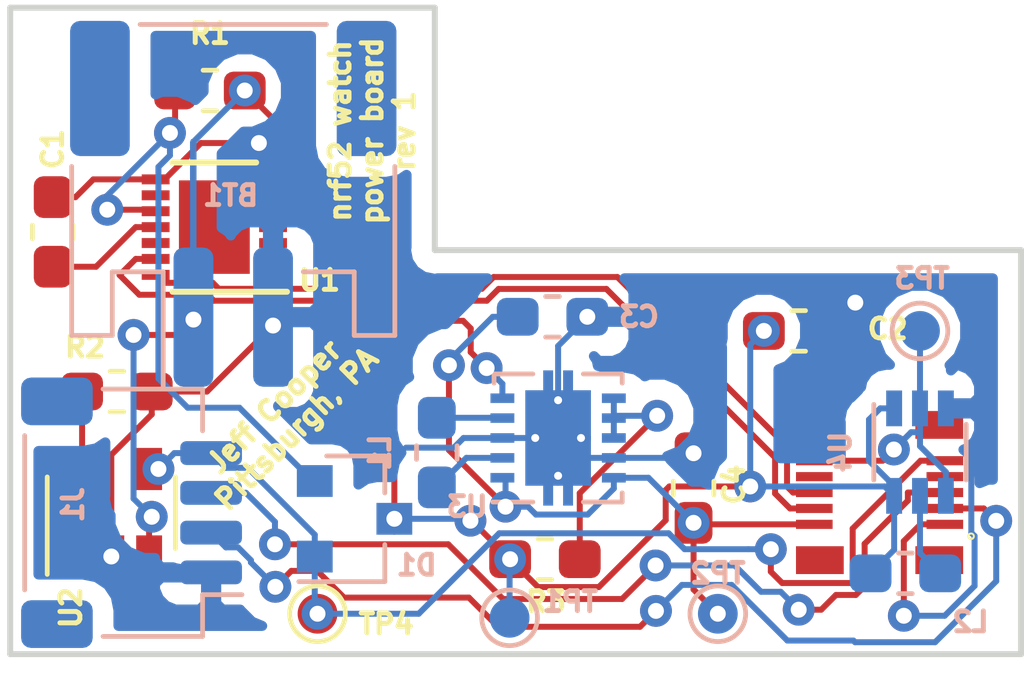
<source format=kicad_pcb>
(kicad_pcb (version 20171130) (host pcbnew "(5.0.0-rc2-200-g1f6f76beb)")

  (general
    (thickness 1.6)
    (drawings 8)
    (tracks 331)
    (zones 0)
    (modules 21)
    (nets 18)
  )

  (page A4)
  (layers
    (0 F.Cu signal)
    (31 B.Cu signal)
    (32 B.Adhes user hide)
    (33 F.Adhes user hide)
    (34 B.Paste user hide)
    (35 F.Paste user hide)
    (36 B.SilkS user hide)
    (37 F.SilkS user)
    (38 B.Mask user hide)
    (39 F.Mask user hide)
    (40 Dwgs.User user hide)
    (41 Cmts.User user)
    (42 Eco1.User user)
    (43 Eco2.User user)
    (44 Edge.Cuts user)
    (45 Margin user)
    (46 B.CrtYd user hide)
    (47 F.CrtYd user hide)
    (48 B.Fab user hide)
    (49 F.Fab user hide)
  )

  (setup
    (last_trace_width 0.15)
    (trace_clearance 0.15)
    (zone_clearance 0.508)
    (zone_45_only no)
    (trace_min 0.1)
    (segment_width 0.2)
    (edge_width 0.15)
    (via_size 0.8)
    (via_drill 0.4)
    (via_min_size 0.2)
    (via_min_drill 0.3)
    (uvia_size 0.3)
    (uvia_drill 0.1)
    (uvias_allowed no)
    (uvia_min_size 0.2)
    (uvia_min_drill 0.1)
    (pcb_text_width 0.3)
    (pcb_text_size 1.5 1.5)
    (mod_edge_width 0.15)
    (mod_text_size 0.5 0.5)
    (mod_text_width 0.125)
    (pad_size 0.23 0.92)
    (pad_drill 0)
    (pad_to_mask_clearance 0.2)
    (aux_axis_origin 0 0)
    (grid_origin 96.52 81.28)
    (visible_elements FFFFFF7F)
    (pcbplotparams
      (layerselection 0x010fc_ffffffff)
      (usegerberextensions false)
      (usegerberattributes false)
      (usegerberadvancedattributes false)
      (creategerberjobfile false)
      (excludeedgelayer true)
      (linewidth 0.100000)
      (plotframeref false)
      (viasonmask false)
      (mode 1)
      (useauxorigin false)
      (hpglpennumber 1)
      (hpglpenspeed 20)
      (hpglpendiameter 15.000000)
      (psnegative false)
      (psa4output false)
      (plotreference true)
      (plotvalue true)
      (plotinvisibletext false)
      (padsonsilk false)
      (subtractmaskfromsilk false)
      (outputformat 1)
      (mirror false)
      (drillshape 1)
      (scaleselection 1)
      (outputdirectory ""))
  )

  (net 0 "")
  (net 1 +BATT)
  (net 2 GND)
  (net 3 "Net-(C1-Pad1)")
  (net 4 VIN)
  (net 5 +3V3)
  (net 6 VBUS)
  (net 7 BATTPOW)
  (net 8 USB_DP)
  (net 9 USB_DN)
  (net 10 "Net-(L1-Pad1)")
  (net 11 "Net-(L1-Pad2)")
  (net 12 "Net-(L2-Pad2)")
  (net 13 "Net-(R2-Pad1)")
  (net 14 "Net-(R3-Pad2)")
  (net 15 +5V)
  (net 16 SCL)
  (net 17 SDA)

  (net_class Default "This is the default net class."
    (clearance 0.15)
    (trace_width 0.15)
    (via_dia 0.8)
    (via_drill 0.4)
    (uvia_dia 0.3)
    (uvia_drill 0.1)
    (add_net +3V3)
    (add_net +5V)
    (add_net +BATT)
    (add_net BATTPOW)
    (add_net GND)
    (add_net "Net-(C1-Pad1)")
    (add_net "Net-(L1-Pad1)")
    (add_net "Net-(L1-Pad2)")
    (add_net "Net-(L2-Pad2)")
    (add_net "Net-(R2-Pad1)")
    (add_net "Net-(R3-Pad2)")
    (add_net SCL)
    (add_net SDA)
    (add_net USB_DN)
    (add_net USB_DP)
    (add_net VBUS)
    (add_net VIN)
  )

  (module Capacitor_SMD:C_0603_1608Metric_Pad1.05x0.95mm_HandSolder (layer F.Cu) (tedit 5B301BBE) (tstamp 5E52FAF5)
    (at 72.1868 70.6628 90)
    (descr "Capacitor SMD 0603 (1608 Metric), square (rectangular) end terminal, IPC_7351 nominal with elongated pad for handsoldering. (Body size source: http://www.tortai-tech.com/upload/download/2011102023233369053.pdf), generated with kicad-footprint-generator")
    (tags "capacitor handsolder")
    (path /5E7A1E4E)
    (attr smd)
    (fp_text reference C1 (at 2.0828 0 90) (layer F.SilkS)
      (effects (font (size 0.5 0.5) (thickness 0.125)))
    )
    (fp_text value "4.7 uF" (at 0 1.43 90) (layer F.Fab)
      (effects (font (size 0.5 0.5) (thickness 0.125)))
    )
    (fp_text user %R (at 0 0 90) (layer F.Fab)
      (effects (font (size 0.5 0.5) (thickness 0.125)))
    )
    (fp_line (start 1.65 0.73) (end -1.65 0.73) (layer F.CrtYd) (width 0.05))
    (fp_line (start 1.65 -0.73) (end 1.65 0.73) (layer F.CrtYd) (width 0.05))
    (fp_line (start -1.65 -0.73) (end 1.65 -0.73) (layer F.CrtYd) (width 0.05))
    (fp_line (start -1.65 0.73) (end -1.65 -0.73) (layer F.CrtYd) (width 0.05))
    (fp_line (start -0.171267 0.51) (end 0.171267 0.51) (layer F.SilkS) (width 0.12))
    (fp_line (start -0.171267 -0.51) (end 0.171267 -0.51) (layer F.SilkS) (width 0.12))
    (fp_line (start 0.8 0.4) (end -0.8 0.4) (layer F.Fab) (width 0.1))
    (fp_line (start 0.8 -0.4) (end 0.8 0.4) (layer F.Fab) (width 0.1))
    (fp_line (start -0.8 -0.4) (end 0.8 -0.4) (layer F.Fab) (width 0.1))
    (fp_line (start -0.8 0.4) (end -0.8 -0.4) (layer F.Fab) (width 0.1))
    (pad 2 smd roundrect (at 0.875 0 90) (size 1.05 0.95) (layers F.Cu F.Paste F.Mask) (roundrect_rratio 0.25)
      (net 2 GND))
    (pad 1 smd roundrect (at -0.875 0 90) (size 1.05 0.95) (layers F.Cu F.Paste F.Mask) (roundrect_rratio 0.25)
      (net 3 "Net-(C1-Pad1)"))
    (model ${KISYS3DMOD}/Capacitor_SMD.3dshapes/C_0603_1608Metric.wrl
      (at (xyz 0 0 0))
      (scale (xyz 1 1 1))
      (rotate (xyz 0 0 0))
    )
  )

  (module Capacitor_SMD:C_0603_1608Metric_Pad1.05x0.95mm_HandSolder (layer F.Cu) (tedit 5B301BBE) (tstamp 5E52FB06)
    (at 90.932 73.152)
    (descr "Capacitor SMD 0603 (1608 Metric), square (rectangular) end terminal, IPC_7351 nominal with elongated pad for handsoldering. (Body size source: http://www.tortai-tech.com/upload/download/2011102023233369053.pdf), generated with kicad-footprint-generator")
    (tags "capacitor handsolder")
    (path /5E45D958)
    (attr smd)
    (fp_text reference C2 (at 2.2352 -0.0508) (layer F.SilkS)
      (effects (font (size 0.5 0.5) (thickness 0.125)))
    )
    (fp_text value 10uF (at 0 1.43) (layer F.Fab)
      (effects (font (size 0.5 0.5) (thickness 0.125)))
    )
    (fp_line (start -0.8 0.4) (end -0.8 -0.4) (layer F.Fab) (width 0.1))
    (fp_line (start -0.8 -0.4) (end 0.8 -0.4) (layer F.Fab) (width 0.1))
    (fp_line (start 0.8 -0.4) (end 0.8 0.4) (layer F.Fab) (width 0.1))
    (fp_line (start 0.8 0.4) (end -0.8 0.4) (layer F.Fab) (width 0.1))
    (fp_line (start -0.171267 -0.51) (end 0.171267 -0.51) (layer F.SilkS) (width 0.12))
    (fp_line (start -0.171267 0.51) (end 0.171267 0.51) (layer F.SilkS) (width 0.12))
    (fp_line (start -1.65 0.73) (end -1.65 -0.73) (layer F.CrtYd) (width 0.05))
    (fp_line (start -1.65 -0.73) (end 1.65 -0.73) (layer F.CrtYd) (width 0.05))
    (fp_line (start 1.65 -0.73) (end 1.65 0.73) (layer F.CrtYd) (width 0.05))
    (fp_line (start 1.65 0.73) (end -1.65 0.73) (layer F.CrtYd) (width 0.05))
    (fp_text user %R (at 0 0) (layer F.Fab)
      (effects (font (size 0.5 0.5) (thickness 0.125)))
    )
    (pad 1 smd roundrect (at -0.875 0) (size 1.05 0.95) (layers F.Cu F.Paste F.Mask) (roundrect_rratio 0.25)
      (net 4 VIN))
    (pad 2 smd roundrect (at 0.875 0) (size 1.05 0.95) (layers F.Cu F.Paste F.Mask) (roundrect_rratio 0.25)
      (net 2 GND))
    (model ${KISYS3DMOD}/Capacitor_SMD.3dshapes/C_0603_1608Metric.wrl
      (at (xyz 0 0 0))
      (scale (xyz 1 1 1))
      (rotate (xyz 0 0 0))
    )
  )

  (module Capacitor_SMD:C_0603_1608Metric_Pad1.05x0.95mm_HandSolder (layer B.Cu) (tedit 5B301BBE) (tstamp 5E5307B6)
    (at 84.7458 72.7964)
    (descr "Capacitor SMD 0603 (1608 Metric), square (rectangular) end terminal, IPC_7351 nominal with elongated pad for handsoldering. (Body size source: http://www.tortai-tech.com/upload/download/2011102023233369053.pdf), generated with kicad-footprint-generator")
    (tags "capacitor handsolder")
    (path /5E4561FD)
    (attr smd)
    (fp_text reference C3 (at 2.173 0) (layer B.SilkS)
      (effects (font (size 0.5 0.5) (thickness 0.125)) (justify mirror))
    )
    (fp_text value 22uF (at 0 -1.43) (layer B.Fab)
      (effects (font (size 0.5 0.5) (thickness 0.125)) (justify mirror))
    )
    (fp_line (start -0.8 -0.4) (end -0.8 0.4) (layer B.Fab) (width 0.1))
    (fp_line (start -0.8 0.4) (end 0.8 0.4) (layer B.Fab) (width 0.1))
    (fp_line (start 0.8 0.4) (end 0.8 -0.4) (layer B.Fab) (width 0.1))
    (fp_line (start 0.8 -0.4) (end -0.8 -0.4) (layer B.Fab) (width 0.1))
    (fp_line (start -0.171267 0.51) (end 0.171267 0.51) (layer B.SilkS) (width 0.12))
    (fp_line (start -0.171267 -0.51) (end 0.171267 -0.51) (layer B.SilkS) (width 0.12))
    (fp_line (start -1.65 -0.73) (end -1.65 0.73) (layer B.CrtYd) (width 0.05))
    (fp_line (start -1.65 0.73) (end 1.65 0.73) (layer B.CrtYd) (width 0.05))
    (fp_line (start 1.65 0.73) (end 1.65 -0.73) (layer B.CrtYd) (width 0.05))
    (fp_line (start 1.65 -0.73) (end -1.65 -0.73) (layer B.CrtYd) (width 0.05))
    (fp_text user %R (at 0 0) (layer B.Fab)
      (effects (font (size 0.5 0.5) (thickness 0.125)) (justify mirror))
    )
    (pad 1 smd roundrect (at -0.875 0) (size 1.05 0.95) (layers B.Cu B.Paste B.Mask) (roundrect_rratio 0.25)
      (net 5 +3V3))
    (pad 2 smd roundrect (at 0.875 0) (size 1.05 0.95) (layers B.Cu B.Paste B.Mask) (roundrect_rratio 0.25)
      (net 2 GND))
    (model ${KISYS3DMOD}/Capacitor_SMD.3dshapes/C_0603_1608Metric.wrl
      (at (xyz 0 0 0))
      (scale (xyz 1 1 1))
      (rotate (xyz 0 0 0))
    )
  )

  (module Capacitor_SMD:C_0603_1608Metric_Pad1.05x0.95mm_HandSolder (layer F.Cu) (tedit 5B301BBE) (tstamp 5E52FB28)
    (at 88.2904 77.103 90)
    (descr "Capacitor SMD 0603 (1608 Metric), square (rectangular) end terminal, IPC_7351 nominal with elongated pad for handsoldering. (Body size source: http://www.tortai-tech.com/upload/download/2011102023233369053.pdf), generated with kicad-footprint-generator")
    (tags "capacitor handsolder")
    (path /5E45629F)
    (attr smd)
    (fp_text reference C4 (at 0.0902 1.016 90) (layer F.SilkS)
      (effects (font (size 0.5 0.5) (thickness 0.125)))
    )
    (fp_text value 22uF (at 0 1.43 90) (layer F.Fab)
      (effects (font (size 0.5 0.5) (thickness 0.125)))
    )
    (fp_text user %R (at 0 0 90) (layer F.Fab)
      (effects (font (size 0.5 0.5) (thickness 0.125)))
    )
    (fp_line (start 1.65 0.73) (end -1.65 0.73) (layer F.CrtYd) (width 0.05))
    (fp_line (start 1.65 -0.73) (end 1.65 0.73) (layer F.CrtYd) (width 0.05))
    (fp_line (start -1.65 -0.73) (end 1.65 -0.73) (layer F.CrtYd) (width 0.05))
    (fp_line (start -1.65 0.73) (end -1.65 -0.73) (layer F.CrtYd) (width 0.05))
    (fp_line (start -0.171267 0.51) (end 0.171267 0.51) (layer F.SilkS) (width 0.12))
    (fp_line (start -0.171267 -0.51) (end 0.171267 -0.51) (layer F.SilkS) (width 0.12))
    (fp_line (start 0.8 0.4) (end -0.8 0.4) (layer F.Fab) (width 0.1))
    (fp_line (start 0.8 -0.4) (end 0.8 0.4) (layer F.Fab) (width 0.1))
    (fp_line (start -0.8 -0.4) (end 0.8 -0.4) (layer F.Fab) (width 0.1))
    (fp_line (start -0.8 0.4) (end -0.8 -0.4) (layer F.Fab) (width 0.1))
    (pad 2 smd roundrect (at 0.875 0 90) (size 1.05 0.95) (layers F.Cu F.Paste F.Mask) (roundrect_rratio 0.25)
      (net 2 GND))
    (pad 1 smd roundrect (at -0.875 0 90) (size 1.05 0.95) (layers F.Cu F.Paste F.Mask) (roundrect_rratio 0.25)
      (net 5 +3V3))
    (model ${KISYS3DMOD}/Capacitor_SMD.3dshapes/C_0603_1608Metric.wrl
      (at (xyz 0 0 0))
      (scale (xyz 1 1 1))
      (rotate (xyz 0 0 0))
    )
  )

  (module Package_TO_SOT_SMD:SOT-23 (layer B.Cu) (tedit 5A02FF57) (tstamp 5E52FB3D)
    (at 79.772 77.8764)
    (descr "SOT-23, Standard")
    (tags SOT-23)
    (path /5EC555E3)
    (attr smd)
    (fp_text reference D1 (at 1.5588 1.1684) (layer B.SilkS)
      (effects (font (size 0.5 0.5) (thickness 0.125)) (justify mirror))
    )
    (fp_text value D_Schottky_x2_KCom_AAK (at 0 -2.5) (layer B.Fab)
      (effects (font (size 0.5 0.5) (thickness 0.125)) (justify mirror))
    )
    (fp_text user %R (at 0 0 -90) (layer B.Fab)
      (effects (font (size 0.5 0.5) (thickness 0.125)) (justify mirror))
    )
    (fp_line (start -0.7 0.95) (end -0.7 -1.5) (layer B.Fab) (width 0.1))
    (fp_line (start -0.15 1.52) (end 0.7 1.52) (layer B.Fab) (width 0.1))
    (fp_line (start -0.7 0.95) (end -0.15 1.52) (layer B.Fab) (width 0.1))
    (fp_line (start 0.7 1.52) (end 0.7 -1.52) (layer B.Fab) (width 0.1))
    (fp_line (start -0.7 -1.52) (end 0.7 -1.52) (layer B.Fab) (width 0.1))
    (fp_line (start 0.76 -1.58) (end 0.76 -0.65) (layer B.SilkS) (width 0.12))
    (fp_line (start 0.76 1.58) (end 0.76 0.65) (layer B.SilkS) (width 0.12))
    (fp_line (start -1.7 1.75) (end 1.7 1.75) (layer B.CrtYd) (width 0.05))
    (fp_line (start 1.7 1.75) (end 1.7 -1.75) (layer B.CrtYd) (width 0.05))
    (fp_line (start 1.7 -1.75) (end -1.7 -1.75) (layer B.CrtYd) (width 0.05))
    (fp_line (start -1.7 -1.75) (end -1.7 1.75) (layer B.CrtYd) (width 0.05))
    (fp_line (start 0.76 1.58) (end -1.4 1.58) (layer B.SilkS) (width 0.12))
    (fp_line (start 0.76 -1.58) (end -0.7 -1.58) (layer B.SilkS) (width 0.12))
    (pad 1 smd rect (at -1 0.95) (size 0.9 0.8) (layers B.Cu B.Paste B.Mask)
      (net 6 VBUS))
    (pad 2 smd rect (at -1 -0.95) (size 0.9 0.8) (layers B.Cu B.Paste B.Mask)
      (net 7 BATTPOW))
    (pad 3 smd rect (at 1 0) (size 0.9 0.8) (layers B.Cu B.Paste B.Mask)
      (net 4 VIN))
    (model ${KISYS3DMOD}/Package_TO_SOT_SMD.3dshapes/SOT-23.wrl
      (at (xyz 0 0 0))
      (scale (xyz 1 1 1))
      (rotate (xyz 0 0 0))
    )
  )

  (module Connector_JST:JST_SH_SM04B-SRSS-TB_1x04-1MP_P1.00mm_Horizontal (layer B.Cu) (tedit 5B78AD87) (tstamp 5E530358)
    (at 74.168 77.724 90)
    (descr "JST SH series connector, SM04B-SRSS-TB (http://www.jst-mfg.com/product/pdf/eng/eSH.pdf), generated with kicad-footprint-generator")
    (tags "connector JST SH top entry")
    (path /5E541D8B)
    (attr smd)
    (fp_text reference J1 (at 0.2032 -1.4732 90) (layer B.SilkS)
      (effects (font (size 0.5 0.5) (thickness 0.125)) (justify mirror))
    )
    (fp_text value Conn_01x04_Female (at 0 -3.98 90) (layer B.Fab)
      (effects (font (size 0.5 0.5) (thickness 0.125)) (justify mirror))
    )
    (fp_line (start -3 1.675) (end 3 1.675) (layer B.Fab) (width 0.1))
    (fp_line (start -3.11 -0.715) (end -3.11 1.785) (layer B.SilkS) (width 0.12))
    (fp_line (start -3.11 1.785) (end -2.06 1.785) (layer B.SilkS) (width 0.12))
    (fp_line (start -2.06 1.785) (end -2.06 2.775) (layer B.SilkS) (width 0.12))
    (fp_line (start 3.11 -0.715) (end 3.11 1.785) (layer B.SilkS) (width 0.12))
    (fp_line (start 3.11 1.785) (end 2.06 1.785) (layer B.SilkS) (width 0.12))
    (fp_line (start -1.94 -2.685) (end 1.94 -2.685) (layer B.SilkS) (width 0.12))
    (fp_line (start -3 -2.575) (end 3 -2.575) (layer B.Fab) (width 0.1))
    (fp_line (start -3 1.675) (end -3 -2.575) (layer B.Fab) (width 0.1))
    (fp_line (start 3 1.675) (end 3 -2.575) (layer B.Fab) (width 0.1))
    (fp_line (start -3.9 3.28) (end -3.9 -3.28) (layer B.CrtYd) (width 0.05))
    (fp_line (start -3.9 -3.28) (end 3.9 -3.28) (layer B.CrtYd) (width 0.05))
    (fp_line (start 3.9 -3.28) (end 3.9 3.28) (layer B.CrtYd) (width 0.05))
    (fp_line (start 3.9 3.28) (end -3.9 3.28) (layer B.CrtYd) (width 0.05))
    (fp_line (start -2 1.675) (end -1.5 0.967893) (layer B.Fab) (width 0.1))
    (fp_line (start -1.5 0.967893) (end -1 1.675) (layer B.Fab) (width 0.1))
    (fp_text user %R (at 0 0 90) (layer B.Fab)
      (effects (font (size 0.5 0.5) (thickness 0.125)) (justify mirror))
    )
    (pad 1 smd roundrect (at -1.5 2 90) (size 0.6 1.55) (layers B.Cu B.Paste B.Mask) (roundrect_rratio 0.25)
      (net 2 GND))
    (pad 2 smd roundrect (at -0.5 2 90) (size 0.6 1.55) (layers B.Cu B.Paste B.Mask) (roundrect_rratio 0.25)
      (net 8 USB_DP))
    (pad 3 smd roundrect (at 0.5 2 90) (size 0.6 1.55) (layers B.Cu B.Paste B.Mask) (roundrect_rratio 0.25)
      (net 9 USB_DN))
    (pad 4 smd roundrect (at 1.5 2 90) (size 0.6 1.55) (layers B.Cu B.Paste B.Mask) (roundrect_rratio 0.25)
      (net 6 VBUS))
    (pad MP smd roundrect (at -2.8 -1.875 90) (size 1.2 1.8) (layers B.Cu B.Paste B.Mask) (roundrect_rratio 0.208333))
    (pad MP smd roundrect (at 2.8 -1.875 90) (size 1.2 1.8) (layers B.Cu B.Paste B.Mask) (roundrect_rratio 0.208333))
    (model ${KISYS3DMOD}/Connector_JST.3dshapes/JST_SH_SM04B-SRSS-TB_1x04-1MP_P1.00mm_Horizontal.wrl
      (at (xyz 0 0 0))
      (scale (xyz 1 1 1))
      (rotate (xyz 0 0 0))
    )
  )

  (module Inductor_SMD:L_0603_1608Metric_Pad1.05x0.95mm_HandSolder (layer B.Cu) (tedit 5B301BBE) (tstamp 5E52FB7B)
    (at 81.8388 76.2114 270)
    (descr "Capacitor SMD 0603 (1608 Metric), square (rectangular) end terminal, IPC_7351 nominal with elongated pad for handsoldering. (Body size source: http://www.tortai-tech.com/upload/download/2011102023233369053.pdf), generated with kicad-footprint-generator")
    (tags "inductor handsolder")
    (path /5E48EAE5)
    (attr smd)
    (fp_text reference L1 (at 0 1.43 270) (layer B.SilkS)
      (effects (font (size 0.5 0.5) (thickness 0.125)) (justify mirror))
    )
    (fp_text value 2.2uH (at 0 -1.43 270) (layer B.Fab)
      (effects (font (size 0.5 0.5) (thickness 0.125)) (justify mirror))
    )
    (fp_line (start -0.8 -0.4) (end -0.8 0.4) (layer B.Fab) (width 0.1))
    (fp_line (start -0.8 0.4) (end 0.8 0.4) (layer B.Fab) (width 0.1))
    (fp_line (start 0.8 0.4) (end 0.8 -0.4) (layer B.Fab) (width 0.1))
    (fp_line (start 0.8 -0.4) (end -0.8 -0.4) (layer B.Fab) (width 0.1))
    (fp_line (start -0.171267 0.51) (end 0.171267 0.51) (layer B.SilkS) (width 0.12))
    (fp_line (start -0.171267 -0.51) (end 0.171267 -0.51) (layer B.SilkS) (width 0.12))
    (fp_line (start -1.65 -0.73) (end -1.65 0.73) (layer B.CrtYd) (width 0.05))
    (fp_line (start -1.65 0.73) (end 1.65 0.73) (layer B.CrtYd) (width 0.05))
    (fp_line (start 1.65 0.73) (end 1.65 -0.73) (layer B.CrtYd) (width 0.05))
    (fp_line (start 1.65 -0.73) (end -1.65 -0.73) (layer B.CrtYd) (width 0.05))
    (fp_text user %R (at 0 0 270) (layer B.Fab)
      (effects (font (size 0.5 0.5) (thickness 0.125)) (justify mirror))
    )
    (pad 1 smd roundrect (at -0.875 0 270) (size 1.05 0.95) (layers B.Cu B.Paste B.Mask) (roundrect_rratio 0.25)
      (net 10 "Net-(L1-Pad1)"))
    (pad 2 smd roundrect (at 0.875 0 270) (size 1.05 0.95) (layers B.Cu B.Paste B.Mask) (roundrect_rratio 0.25)
      (net 11 "Net-(L1-Pad2)"))
    (model ${KISYS3DMOD}/Inductor_SMD.3dshapes/L_0603_1608Metric.wrl
      (at (xyz 0 0 0))
      (scale (xyz 1 1 1))
      (rotate (xyz 0 0 0))
    )
  )

  (module Inductor_SMD:L_0603_1608Metric_Pad1.05x0.95mm_HandSolder (layer B.Cu) (tedit 5B301BBE) (tstamp 5E52FB8C)
    (at 93.613 79.248)
    (descr "Capacitor SMD 0603 (1608 Metric), square (rectangular) end terminal, IPC_7351 nominal with elongated pad for handsoldering. (Body size source: http://www.tortai-tech.com/upload/download/2011102023233369053.pdf), generated with kicad-footprint-generator")
    (tags "inductor handsolder")
    (path /5E5F8566)
    (attr smd)
    (fp_text reference L2 (at 1.637 1.2192) (layer B.SilkS)
      (effects (font (size 0.5 0.5) (thickness 0.125)) (justify mirror))
    )
    (fp_text value "4.7 uH" (at 0 -1.43) (layer B.Fab)
      (effects (font (size 0.5 0.5) (thickness 0.125)) (justify mirror))
    )
    (fp_text user %R (at 0 0) (layer B.Fab)
      (effects (font (size 0.5 0.5) (thickness 0.125)) (justify mirror))
    )
    (fp_line (start 1.65 -0.73) (end -1.65 -0.73) (layer B.CrtYd) (width 0.05))
    (fp_line (start 1.65 0.73) (end 1.65 -0.73) (layer B.CrtYd) (width 0.05))
    (fp_line (start -1.65 0.73) (end 1.65 0.73) (layer B.CrtYd) (width 0.05))
    (fp_line (start -1.65 -0.73) (end -1.65 0.73) (layer B.CrtYd) (width 0.05))
    (fp_line (start -0.171267 -0.51) (end 0.171267 -0.51) (layer B.SilkS) (width 0.12))
    (fp_line (start -0.171267 0.51) (end 0.171267 0.51) (layer B.SilkS) (width 0.12))
    (fp_line (start 0.8 -0.4) (end -0.8 -0.4) (layer B.Fab) (width 0.1))
    (fp_line (start 0.8 0.4) (end 0.8 -0.4) (layer B.Fab) (width 0.1))
    (fp_line (start -0.8 0.4) (end 0.8 0.4) (layer B.Fab) (width 0.1))
    (fp_line (start -0.8 -0.4) (end -0.8 0.4) (layer B.Fab) (width 0.1))
    (pad 2 smd roundrect (at 0.875 0) (size 1.05 0.95) (layers B.Cu B.Paste B.Mask) (roundrect_rratio 0.25)
      (net 12 "Net-(L2-Pad2)"))
    (pad 1 smd roundrect (at -0.875 0) (size 1.05 0.95) (layers B.Cu B.Paste B.Mask) (roundrect_rratio 0.25)
      (net 4 VIN))
    (model ${KISYS3DMOD}/Inductor_SMD.3dshapes/L_0603_1608Metric.wrl
      (at (xyz 0 0 0))
      (scale (xyz 1 1 1))
      (rotate (xyz 0 0 0))
    )
  )

  (module Resistor_SMD:R_0603_1608Metric_Pad1.05x0.95mm_HandSolder (layer F.Cu) (tedit 5B301BBD) (tstamp 5E52FB9D)
    (at 76.1378 67.1068)
    (descr "Resistor SMD 0603 (1608 Metric), square (rectangular) end terminal, IPC_7351 nominal with elongated pad for handsoldering. (Body size source: http://www.tortai-tech.com/upload/download/2011102023233369053.pdf), generated with kicad-footprint-generator")
    (tags "resistor handsolder")
    (path /5E6FF6AF)
    (attr smd)
    (fp_text reference R1 (at 0 -1.43) (layer F.SilkS)
      (effects (font (size 0.5 0.5) (thickness 0.125)))
    )
    (fp_text value "10 m" (at 0 1.43) (layer F.Fab)
      (effects (font (size 0.5 0.5) (thickness 0.125)))
    )
    (fp_text user %R (at 0 0) (layer F.Fab)
      (effects (font (size 0.5 0.5) (thickness 0.125)))
    )
    (fp_line (start 1.65 0.73) (end -1.65 0.73) (layer F.CrtYd) (width 0.05))
    (fp_line (start 1.65 -0.73) (end 1.65 0.73) (layer F.CrtYd) (width 0.05))
    (fp_line (start -1.65 -0.73) (end 1.65 -0.73) (layer F.CrtYd) (width 0.05))
    (fp_line (start -1.65 0.73) (end -1.65 -0.73) (layer F.CrtYd) (width 0.05))
    (fp_line (start -0.171267 0.51) (end 0.171267 0.51) (layer F.SilkS) (width 0.12))
    (fp_line (start -0.171267 -0.51) (end 0.171267 -0.51) (layer F.SilkS) (width 0.12))
    (fp_line (start 0.8 0.4) (end -0.8 0.4) (layer F.Fab) (width 0.1))
    (fp_line (start 0.8 -0.4) (end 0.8 0.4) (layer F.Fab) (width 0.1))
    (fp_line (start -0.8 -0.4) (end 0.8 -0.4) (layer F.Fab) (width 0.1))
    (fp_line (start -0.8 0.4) (end -0.8 -0.4) (layer F.Fab) (width 0.1))
    (pad 2 smd roundrect (at 0.875 0) (size 1.05 0.95) (layers F.Cu F.Paste F.Mask) (roundrect_rratio 0.25)
      (net 1 +BATT))
    (pad 1 smd roundrect (at -0.875 0) (size 1.05 0.95) (layers F.Cu F.Paste F.Mask) (roundrect_rratio 0.25)
      (net 7 BATTPOW))
    (model ${KISYS3DMOD}/Resistor_SMD.3dshapes/R_0603_1608Metric.wrl
      (at (xyz 0 0 0))
      (scale (xyz 1 1 1))
      (rotate (xyz 0 0 0))
    )
  )

  (module Resistor_SMD:R_0603_1608Metric_Pad1.05x0.95mm_HandSolder (layer F.Cu) (tedit 5B301BBD) (tstamp 5E530B8D)
    (at 73.801 74.676)
    (descr "Resistor SMD 0603 (1608 Metric), square (rectangular) end terminal, IPC_7351 nominal with elongated pad for handsoldering. (Body size source: http://www.tortai-tech.com/upload/download/2011102023233369053.pdf), generated with kicad-footprint-generator")
    (tags "resistor handsolder")
    (path /5E437C19)
    (attr smd)
    (fp_text reference R2 (at -0.8014 -1.1176) (layer F.SilkS)
      (effects (font (size 0.5 0.5) (thickness 0.125)))
    )
    (fp_text value 12.5k (at 0 1.43) (layer F.Fab)
      (effects (font (size 0.5 0.5) (thickness 0.125)))
    )
    (fp_line (start -0.8 0.4) (end -0.8 -0.4) (layer F.Fab) (width 0.1))
    (fp_line (start -0.8 -0.4) (end 0.8 -0.4) (layer F.Fab) (width 0.1))
    (fp_line (start 0.8 -0.4) (end 0.8 0.4) (layer F.Fab) (width 0.1))
    (fp_line (start 0.8 0.4) (end -0.8 0.4) (layer F.Fab) (width 0.1))
    (fp_line (start -0.171267 -0.51) (end 0.171267 -0.51) (layer F.SilkS) (width 0.12))
    (fp_line (start -0.171267 0.51) (end 0.171267 0.51) (layer F.SilkS) (width 0.12))
    (fp_line (start -1.65 0.73) (end -1.65 -0.73) (layer F.CrtYd) (width 0.05))
    (fp_line (start -1.65 -0.73) (end 1.65 -0.73) (layer F.CrtYd) (width 0.05))
    (fp_line (start 1.65 -0.73) (end 1.65 0.73) (layer F.CrtYd) (width 0.05))
    (fp_line (start 1.65 0.73) (end -1.65 0.73) (layer F.CrtYd) (width 0.05))
    (fp_text user %R (at 0 0) (layer F.Fab)
      (effects (font (size 0.5 0.5) (thickness 0.125)))
    )
    (pad 1 smd roundrect (at -0.875 0) (size 1.05 0.95) (layers F.Cu F.Paste F.Mask) (roundrect_rratio 0.25)
      (net 13 "Net-(R2-Pad1)"))
    (pad 2 smd roundrect (at 0.875 0) (size 1.05 0.95) (layers F.Cu F.Paste F.Mask) (roundrect_rratio 0.25)
      (net 2 GND))
    (model ${KISYS3DMOD}/Resistor_SMD.3dshapes/R_0603_1608Metric.wrl
      (at (xyz 0 0 0))
      (scale (xyz 1 1 1))
      (rotate (xyz 0 0 0))
    )
  )

  (module Resistor_SMD:R_0603_1608Metric_Pad1.05x0.95mm_HandSolder (layer F.Cu) (tedit 5B301BBD) (tstamp 5E52FBBF)
    (at 84.555801 78.8924)
    (descr "Resistor SMD 0603 (1608 Metric), square (rectangular) end terminal, IPC_7351 nominal with elongated pad for handsoldering. (Body size source: http://www.tortai-tech.com/upload/download/2011102023233369053.pdf), generated with kicad-footprint-generator")
    (tags "resistor handsolder")
    (path /5E72E89D)
    (attr smd)
    (fp_text reference R3 (at 0.026199 1.0668) (layer F.SilkS)
      (effects (font (size 0.5 0.5) (thickness 0.125)))
    )
    (fp_text value 100 (at 0 1.43) (layer F.Fab)
      (effects (font (size 0.5 0.5) (thickness 0.125)))
    )
    (fp_line (start -0.8 0.4) (end -0.8 -0.4) (layer F.Fab) (width 0.1))
    (fp_line (start -0.8 -0.4) (end 0.8 -0.4) (layer F.Fab) (width 0.1))
    (fp_line (start 0.8 -0.4) (end 0.8 0.4) (layer F.Fab) (width 0.1))
    (fp_line (start 0.8 0.4) (end -0.8 0.4) (layer F.Fab) (width 0.1))
    (fp_line (start -0.171267 -0.51) (end 0.171267 -0.51) (layer F.SilkS) (width 0.12))
    (fp_line (start -0.171267 0.51) (end 0.171267 0.51) (layer F.SilkS) (width 0.12))
    (fp_line (start -1.65 0.73) (end -1.65 -0.73) (layer F.CrtYd) (width 0.05))
    (fp_line (start -1.65 -0.73) (end 1.65 -0.73) (layer F.CrtYd) (width 0.05))
    (fp_line (start 1.65 -0.73) (end 1.65 0.73) (layer F.CrtYd) (width 0.05))
    (fp_line (start 1.65 0.73) (end -1.65 0.73) (layer F.CrtYd) (width 0.05))
    (fp_text user %R (at 0 0) (layer F.Fab)
      (effects (font (size 0.5 0.5) (thickness 0.125)))
    )
    (pad 1 smd roundrect (at -0.875 0) (size 1.05 0.95) (layers F.Cu F.Paste F.Mask) (roundrect_rratio 0.25)
      (net 4 VIN))
    (pad 2 smd roundrect (at 0.875 0) (size 1.05 0.95) (layers F.Cu F.Paste F.Mask) (roundrect_rratio 0.25)
      (net 14 "Net-(R3-Pad2)"))
    (model ${KISYS3DMOD}/Resistor_SMD.3dshapes/R_0603_1608Metric.wrl
      (at (xyz 0 0 0))
      (scale (xyz 1 1 1))
      (rotate (xyz 0 0 0))
    )
  )

  (module TestPoint:TestPoint_Pad_D1.0mm (layer B.Cu) (tedit 5A0F774F) (tstamp 5E52FBC7)
    (at 83.6676 80.3656)
    (descr "SMD pad as test Point, diameter 1.0mm")
    (tags "test point SMD pad")
    (path /5ED26D0C)
    (attr virtual)
    (fp_text reference TP1 (at 1.524 -0.4064) (layer B.SilkS)
      (effects (font (size 0.5 0.5) (thickness 0.125)) (justify mirror))
    )
    (fp_text value TestPoint (at 0 -1.55) (layer B.Fab)
      (effects (font (size 0.5 0.5) (thickness 0.125)) (justify mirror))
    )
    (fp_circle (center 0 0) (end 0 -0.7) (layer B.SilkS) (width 0.12))
    (fp_circle (center 0 0) (end 1 0) (layer B.CrtYd) (width 0.05))
    (fp_text user %R (at 0 1.45) (layer B.Fab)
      (effects (font (size 0.5 0.5) (thickness 0.125)) (justify mirror))
    )
    (pad 1 smd circle (at 0 0) (size 1 1) (layers B.Cu B.Mask)
      (net 4 VIN))
  )

  (module Package_DFN_QFN:DFN-14-1EP_3x3mm_P0.4mm_EP1.78x2.35mm (layer F.Cu) (tedit 5A64CBFB) (tstamp 5E52FBF2)
    (at 76.249 70.542 180)
    (descr "DD Package; 14-Lead Plastic DFN (3mm x 3mm) (http://pdfserv.maximintegrated.com/land_patterns/90-0063.PDF)")
    (tags "DFN 0.40")
    (path /5E6B70A1)
    (attr smd)
    (fp_text reference U1 (at -2.6434 -1.34 180) (layer F.SilkS)
      (effects (font (size 0.5 0.5) (thickness 0.125)))
    )
    (fp_text value MAX17260 (at 0 2.55 180) (layer F.Fab)
      (effects (font (size 0.5 0.5) (thickness 0.125)))
    )
    (fp_text user %R (at 0.075 0.15 180) (layer F.Fab)
      (effects (font (size 0.5 0.5) (thickness 0.125)))
    )
    (fp_line (start -1.825 -1.625) (end 1.05 -1.625) (layer F.SilkS) (width 0.15))
    (fp_line (start -1.05 1.625) (end 1.05 1.625) (layer F.SilkS) (width 0.15))
    (fp_line (start -2 1.8) (end 2 1.8) (layer F.CrtYd) (width 0.05))
    (fp_line (start -2 -1.8) (end 2 -1.8) (layer F.CrtYd) (width 0.05))
    (fp_line (start 2 -1.8) (end 2 1.8) (layer F.CrtYd) (width 0.05))
    (fp_line (start -2 -1.8) (end -2 1.8) (layer F.CrtYd) (width 0.05))
    (fp_line (start -1.5 -0.5) (end -0.5 -1.5) (layer F.Fab) (width 0.15))
    (fp_line (start -1.5 1.5) (end -1.5 -0.5) (layer F.Fab) (width 0.15))
    (fp_line (start 1.5 1.5) (end -1.5 1.5) (layer F.Fab) (width 0.15))
    (fp_line (start 1.5 -1.5) (end 1.5 1.5) (layer F.Fab) (width 0.15))
    (fp_line (start -0.5 -1.5) (end 1.5 -1.5) (layer F.Fab) (width 0.15))
    (pad 14 smd rect (at 1.475 -1.2 180) (size 0.7 0.25) (layers F.Cu F.Paste F.Mask)
      (net 16 SCL))
    (pad 13 smd rect (at 1.475 -0.8 180) (size 0.7 0.25) (layers F.Cu F.Paste F.Mask)
      (net 17 SDA))
    (pad 12 smd rect (at 1.475 -0.4 180) (size 0.7 0.25) (layers F.Cu F.Paste F.Mask))
    (pad 11 smd rect (at 1.475 0 180) (size 0.7 0.25) (layers F.Cu F.Paste F.Mask)
      (net 3 "Net-(C1-Pad1)"))
    (pad 10 smd rect (at 1.475 0.4 180) (size 0.7 0.25) (layers F.Cu F.Paste F.Mask)
      (net 7 BATTPOW))
    (pad 9 smd rect (at 1.475 0.8 180) (size 0.7 0.25) (layers F.Cu F.Paste F.Mask))
    (pad 6 smd rect (at -1.475 0.8 180) (size 0.7 0.25) (layers F.Cu F.Paste F.Mask)
      (net 1 +BATT))
    (pad 5 smd rect (at -1.475 0.4 180) (size 0.7 0.25) (layers F.Cu F.Paste F.Mask))
    (pad 4 smd rect (at -1.475 0 180) (size 0.7 0.25) (layers F.Cu F.Paste F.Mask))
    (pad 3 smd rect (at -1.475 -0.4 180) (size 0.7 0.25) (layers F.Cu F.Paste F.Mask))
    (pad 2 smd rect (at -1.475 -0.8 180) (size 0.7 0.25) (layers F.Cu F.Paste F.Mask))
    (pad 1 smd rect (at -1.475 -1.2 180) (size 0.7 0.25) (layers F.Cu F.Paste F.Mask))
    (pad 7 smd rect (at -1.475 1.2 180) (size 0.7 0.25) (layers F.Cu F.Paste F.Mask)
      (net 1 +BATT))
    (pad 8 smd rect (at 1.475 1.2 180) (size 0.7 0.25) (layers F.Cu F.Paste F.Mask)
      (net 2 GND))
    (pad 15 smd rect (at 0 0 180) (size 1.78 2.35) (layers F.Cu F.Mask))
    (pad "" smd rect (at -0.445 0.5875 180) (size 0.7 0.97) (layers F.Paste))
    (pad "" smd rect (at 0.45 0.5875 180) (size 0.7 0.97) (layers F.Paste))
    (pad "" smd rect (at 0.45 -0.5875 180) (size 0.7 0.97) (layers F.Paste))
    (pad "" smd rect (at -0.445 -0.5875 180) (size 0.7 0.97) (layers F.Paste))
    (model ${KISYS3DMOD}/Package_DFN_QFN.3dshapes/DFN-14-1EP_3x3mm_P0.4mm_EP1.78x2.35mm.wrl
      (at (xyz 0 0 0))
      (scale (xyz 1 1 1))
      (rotate (xyz 0 0 0))
    )
  )

  (module Package_TO_SOT_SMD:SOT-23-5 (layer F.Cu) (tedit 5A02FF57) (tstamp 5E530BC1)
    (at 73.66 77.724 90)
    (descr "5-pin SOT23 package")
    (tags SOT-23-5)
    (path /5E437B22)
    (attr smd)
    (fp_text reference U2 (at -2.3876 -1.016 90) (layer F.SilkS)
      (effects (font (size 0.5 0.5) (thickness 0.125)))
    )
    (fp_text value MCP73831-2-OT (at 0 2.9 90) (layer F.Fab)
      (effects (font (size 0.5 0.5) (thickness 0.125)))
    )
    (fp_text user %R (at 0 0 180) (layer F.Fab)
      (effects (font (size 0.5 0.5) (thickness 0.125)))
    )
    (fp_line (start -0.9 1.61) (end 0.9 1.61) (layer F.SilkS) (width 0.12))
    (fp_line (start 0.9 -1.61) (end -1.55 -1.61) (layer F.SilkS) (width 0.12))
    (fp_line (start -1.9 -1.8) (end 1.9 -1.8) (layer F.CrtYd) (width 0.05))
    (fp_line (start 1.9 -1.8) (end 1.9 1.8) (layer F.CrtYd) (width 0.05))
    (fp_line (start 1.9 1.8) (end -1.9 1.8) (layer F.CrtYd) (width 0.05))
    (fp_line (start -1.9 1.8) (end -1.9 -1.8) (layer F.CrtYd) (width 0.05))
    (fp_line (start -0.9 -0.9) (end -0.25 -1.55) (layer F.Fab) (width 0.1))
    (fp_line (start 0.9 -1.55) (end -0.25 -1.55) (layer F.Fab) (width 0.1))
    (fp_line (start -0.9 -0.9) (end -0.9 1.55) (layer F.Fab) (width 0.1))
    (fp_line (start 0.9 1.55) (end -0.9 1.55) (layer F.Fab) (width 0.1))
    (fp_line (start 0.9 -1.55) (end 0.9 1.55) (layer F.Fab) (width 0.1))
    (pad 1 smd rect (at -1.1 -0.95 90) (size 1.06 0.65) (layers F.Cu F.Paste F.Mask))
    (pad 2 smd rect (at -1.1 0 90) (size 1.06 0.65) (layers F.Cu F.Paste F.Mask)
      (net 2 GND))
    (pad 3 smd rect (at -1.1 0.95 90) (size 1.06 0.65) (layers F.Cu F.Paste F.Mask)
      (net 1 +BATT))
    (pad 4 smd rect (at 1.1 0.95 90) (size 1.06 0.65) (layers F.Cu F.Paste F.Mask)
      (net 6 VBUS))
    (pad 5 smd rect (at 1.1 -0.95 90) (size 1.06 0.65) (layers F.Cu F.Paste F.Mask)
      (net 13 "Net-(R2-Pad1)"))
    (model ${KISYS3DMOD}/Package_TO_SOT_SMD.3dshapes/SOT-23-5.wrl
      (at (xyz 0 0 0))
      (scale (xyz 1 1 1))
      (rotate (xyz 0 0 0))
    )
  )

  (module Package_SON:Texas_DRC0010J_ThermalVias (layer B.Cu) (tedit 5C20F0C0) (tstamp 5E52FC31)
    (at 84.8868 75.8444)
    (descr "Texas DRC0010J, VSON10 3x3mm Body, 0.5mm Pitch,  http://www.ti.com/lit/ds/symlink/tps63000.pdf")
    (tags "Texas VSON10 3x3mm")
    (path /5E48E941)
    (attr smd)
    (fp_text reference U3 (at -2.286 1.7272) (layer B.SilkS)
      (effects (font (size 0.5 0.5) (thickness 0.125)) (justify mirror))
    )
    (fp_text value TPS63001 (at 0.02032 -2.8) (layer B.Fab)
      (effects (font (size 0.5 0.5) (thickness 0.125)) (justify mirror))
    )
    (fp_text user %R (at 0 0) (layer B.Fab)
      (effects (font (size 0.5 0.5) (thickness 0.125)) (justify mirror))
    )
    (fp_line (start -0.8 1.5) (end 1.5 1.5) (layer B.Fab) (width 0.1))
    (fp_line (start 1.5 1.5) (end 1.5 -1.5) (layer B.Fab) (width 0.1))
    (fp_line (start -1.5 0.8) (end -1.5 -1.5) (layer B.Fab) (width 0.1))
    (fp_line (start -1.5 -1.5) (end 1.5 -1.5) (layer B.Fab) (width 0.1))
    (fp_line (start -1.95 1.95) (end 1.95 1.95) (layer B.CrtYd) (width 0.05))
    (fp_line (start 1.95 1.95) (end 1.95 -1.95) (layer B.CrtYd) (width 0.05))
    (fp_line (start -1.95 1.95) (end -1.95 -1.95) (layer B.CrtYd) (width 0.05))
    (fp_line (start -1.95 -1.95) (end 1.95 -1.95) (layer B.CrtYd) (width 0.05))
    (fp_line (start -1.5 0.8) (end -0.8 1.5) (layer B.Fab) (width 0.1))
    (fp_line (start -1.61 -1.38) (end -1.61 -1.61) (layer B.SilkS) (width 0.12))
    (fp_line (start -1.61 -1.61) (end -0.635 -1.61) (layer B.SilkS) (width 0.12))
    (fp_line (start 1.61 -1.38) (end 1.61 -1.61) (layer B.SilkS) (width 0.12))
    (fp_line (start 0.635 -1.61) (end 1.61 -1.61) (layer B.SilkS) (width 0.12))
    (fp_line (start 0.635 1.61) (end 1.61 1.61) (layer B.SilkS) (width 0.12))
    (fp_line (start 1.61 1.61) (end 1.61 1.38) (layer B.SilkS) (width 0.12))
    (fp_line (start -1.64 1.61) (end -0.635 1.61) (layer B.SilkS) (width 0.12))
    (pad "" smd roundrect (at 0 -0.63) (size 1.5 1.06) (layers B.Paste) (roundrect_rratio 0.1)
      (zone_connect 0))
    (pad "" smd roundrect (at 0 0.63) (size 1.5 1.06) (layers B.Paste) (roundrect_rratio 0.1)
      (zone_connect 0))
    (pad "" smd roundrect (at -0.25 1.53) (size 0.25 0.34) (layers B.Paste) (roundrect_rratio 0.1)
      (zone_connect 0))
    (pad "" smd roundrect (at 0.25 1.53) (size 0.25 0.34) (layers B.Paste) (roundrect_rratio 0.1)
      (zone_connect 0))
    (pad "" smd roundrect (at -0.25 -1.53) (size 0.25 0.34) (layers B.Paste) (roundrect_rratio 0.1)
      (zone_connect 0))
    (pad "" smd roundrect (at 0.25 -1.53) (size 0.25 0.34) (layers B.Paste) (roundrect_rratio 0.1)
      (zone_connect 0))
    (pad 1 smd rect (at -1.4 1) (size 0.6 0.24) (layers B.Cu B.Paste B.Mask)
      (net 5 +3V3))
    (pad 2 smd rect (at -1.4 0.5) (size 0.6 0.24) (layers B.Cu B.Paste B.Mask)
      (net 11 "Net-(L1-Pad2)"))
    (pad 3 smd rect (at -1.4 0) (size 0.6 0.24) (layers B.Cu B.Paste B.Mask)
      (net 2 GND))
    (pad 4 smd rect (at -1.4 -0.5) (size 0.6 0.24) (layers B.Cu B.Paste B.Mask)
      (net 10 "Net-(L1-Pad1)"))
    (pad 5 smd rect (at -1.4 -1) (size 0.6 0.24) (layers B.Cu B.Paste B.Mask)
      (net 4 VIN))
    (pad 6 smd rect (at 1.4 -1) (size 0.6 0.24) (layers B.Cu B.Paste B.Mask)
      (net 14 "Net-(R3-Pad2)"))
    (pad 7 smd rect (at 1.4 -0.5) (size 0.6 0.24) (layers B.Cu B.Paste B.Mask)
      (net 14 "Net-(R3-Pad2)"))
    (pad 8 smd rect (at 1.4 0) (size 0.6 0.24) (layers B.Cu B.Paste B.Mask)
      (net 14 "Net-(R3-Pad2)"))
    (pad 9 smd rect (at 1.4 0.5) (size 0.6 0.24) (layers B.Cu B.Paste B.Mask)
      (net 2 GND))
    (pad 10 smd rect (at 1.4 1) (size 0.6 0.24) (layers B.Cu B.Paste B.Mask)
      (net 5 +3V3))
    (pad 11 smd custom (at 0 0) (size 1.65 2.4) (layers B.Cu B.Mask)
      (net 2 GND) (zone_connect 0)
      (options (clearance outline) (anchor rect))
      (primitives
        (gr_poly (pts
           (xy -0.375 1.1) (xy -0.375 1.7) (xy -0.125 1.7) (xy -0.125 1.1) (xy 0.125 1.1)
           (xy 0.125 1.7) (xy 0.375 1.7) (xy 0.375 -1.7) (xy 0.125 -1.7) (xy 0.125 -1.1)
           (xy -0.125 -1.1) (xy -0.125 -1.7) (xy -0.375 -1.7)) (width 0))
      ))
    (pad 11 thru_hole circle (at 0 -0.95) (size 0.5 0.5) (drill 0.2) (layers *.Cu)
      (net 2 GND))
    (pad 11 thru_hole circle (at -0.575 0) (size 0.5 0.5) (drill 0.2) (layers *.Cu)
      (net 2 GND))
    (pad 11 thru_hole circle (at 0.575 0) (size 0.5 0.5) (drill 0.2) (layers *.Cu)
      (net 2 GND))
    (pad 11 thru_hole circle (at 0 0.95) (size 0.5 0.5) (drill 0.2) (layers *.Cu)
      (net 2 GND))
    (model ${KISYS3DMOD}/Package_SON.3dshapes/Texas_DRC0010J.wrl
      (at (xyz 0 0 0))
      (scale (xyz 1 1 1))
      (rotate (xyz 0 0 0))
    )
  )

  (module Package_TO_SOT_SMD:Texas_R-PDSO-G6 (layer B.Cu) (tedit 5A02FF57) (tstamp 5E52FC47)
    (at 93.98 76.2 270)
    (descr "R-PDSO-G6, http://www.ti.com/lit/ds/slis144b/slis144b.pdf")
    (tags "R-PDSO-G6 SC-70-6")
    (path /5E5DDAFA)
    (attr smd)
    (fp_text reference U4 (at 0 2 270) (layer B.SilkS)
      (effects (font (size 0.5 0.5) (thickness 0.125)) (justify mirror))
    )
    (fp_text value TPS61222DCK (at 0 -2 270) (layer B.Fab)
      (effects (font (size 0.5 0.5) (thickness 0.125)) (justify mirror))
    )
    (fp_text user %R (at 0 0 180) (layer B.Fab)
      (effects (font (size 0.5 0.5) (thickness 0.125)) (justify mirror))
    )
    (fp_line (start 0.7 1.16) (end -1.2 1.16) (layer B.SilkS) (width 0.12))
    (fp_line (start -0.7 -1.16) (end 0.7 -1.16) (layer B.SilkS) (width 0.12))
    (fp_line (start 1.6 -1.4) (end 1.6 1.4) (layer B.CrtYd) (width 0.05))
    (fp_line (start -1.6 1.4) (end -1.6 -1.4) (layer B.CrtYd) (width 0.05))
    (fp_line (start -1.6 1.4) (end 1.6 1.4) (layer B.CrtYd) (width 0.05))
    (fp_line (start 0.675 1.1) (end -0.175 1.1) (layer B.Fab) (width 0.1))
    (fp_line (start -0.675 0.6) (end -0.675 -1.1) (layer B.Fab) (width 0.1))
    (fp_line (start -1.6 -1.4) (end 1.6 -1.4) (layer B.CrtYd) (width 0.05))
    (fp_line (start 0.675 1.1) (end 0.675 -1.1) (layer B.Fab) (width 0.1))
    (fp_line (start 0.675 -1.1) (end -0.675 -1.1) (layer B.Fab) (width 0.1))
    (fp_line (start -0.175 1.1) (end -0.675 0.6) (layer B.Fab) (width 0.1))
    (pad 1 smd rect (at -1.1 0.65 270) (size 0.9 0.4) (layers B.Cu B.Paste B.Mask)
      (net 4 VIN))
    (pad 3 smd rect (at -1.1 -0.65 270) (size 0.9 0.4) (layers B.Cu B.Paste B.Mask)
      (net 2 GND))
    (pad 5 smd rect (at 1.1 0 270) (size 0.9 0.4) (layers B.Cu B.Paste B.Mask)
      (net 12 "Net-(L2-Pad2)"))
    (pad 2 smd rect (at -1.1 0 270) (size 0.9 0.4) (layers B.Cu B.Paste B.Mask)
      (net 15 +5V))
    (pad 4 smd rect (at 1.1 -0.65 270) (size 0.9 0.4) (layers B.Cu B.Paste B.Mask)
      (net 15 +5V))
    (pad 6 smd rect (at 1.1 0.65 270) (size 0.9 0.4) (layers B.Cu B.Paste B.Mask)
      (net 4 VIN))
    (model ${KISYS3DMOD}/Package_TO_SOT_SMD.3dshapes/SOT-363_SC-70-6.wrl
      (at (xyz 0 0 0))
      (scale (xyz 1 1 1))
      (rotate (xyz 0 0 0))
    )
  )

  (module libs:PANASONIC_AXT510124 (layer F.Cu) (tedit 5E531431) (tstamp 5E52FF99)
    (at 92.964 77.216 90)
    (path /5E555394)
    (fp_text reference P1 (at -0.977898 -2.760153 90) (layer F.SilkS) hide
      (effects (font (size 0.5 0.5) (thickness 0.125)))
    )
    (fp_text value AXT510124 (at 3.291301 2.795291 90) (layer F.Fab)
      (effects (font (size 0.5 0.5) (thickness 0.125)))
    )
    (fp_poly (pts (xy -0.916003 -1.18) (xy 0.915 -1.18) (xy 0.915 1.18129) (xy -0.916003 1.18129)) (layer Dwgs.User) (width 0.01))
    (fp_line (start -2.5 -2.35) (end 2.5 -2.35) (layer F.CrtYd) (width 0.05))
    (fp_line (start 2.5 -2.35) (end 2.5 2.35) (layer F.CrtYd) (width 0.05))
    (fp_line (start 2.5 2.35) (end -2.5 2.35) (layer F.CrtYd) (width 0.05))
    (fp_line (start -2.5 2.35) (end -2.5 -2.35) (layer F.CrtYd) (width 0.05))
    (fp_poly (pts (xy -0.900578 -2) (xy -0.7 -2) (xy -0.7 -1.49096) (xy -0.900578 -1.49096)) (layer F.Paste) (width 0.01))
    (fp_poly (pts (xy -0.50018 -2) (xy -0.3 -2) (xy -0.3 -1.49054) (xy -0.50018 -1.49054)) (layer F.Paste) (width 0.01))
    (fp_poly (pts (xy -0.10006 -2) (xy 0.1 -2) (xy 0.1 -1.4909) (xy -0.10006 -1.4909)) (layer F.Paste) (width 0.01))
    (fp_poly (pts (xy 0.300593 -2) (xy 0.5 -2) (xy 0.5 -1.49295) (xy 0.300593 -1.49295)) (layer F.Paste) (width 0.01))
    (fp_poly (pts (xy 0.701126 -2) (xy 0.9 -2) (xy 0.9 -1.4924) (xy 0.701126 -1.4924)) (layer F.Paste) (width 0.01))
    (fp_poly (pts (xy -0.90108 1.49) (xy -0.7 1.49) (xy -0.7 2.0024) (xy -0.90108 2.0024)) (layer F.Paste) (width 0.01))
    (fp_poly (pts (xy -0.5005 1.49) (xy -0.3 1.49) (xy -0.3 2.002) (xy -0.5005 2.002)) (layer F.Paste) (width 0.01))
    (fp_poly (pts (xy -0.100099 1.49) (xy 0.1 1.49) (xy 0.1 2.00198) (xy -0.100099 2.00198)) (layer F.Paste) (width 0.01))
    (fp_poly (pts (xy 0.30041 1.49) (xy 0.5 1.49) (xy 0.5 2.00273) (xy 0.30041 2.00273)) (layer F.Paste) (width 0.01))
    (fp_poly (pts (xy 0.701193 1.49) (xy 0.9 1.49) (xy 0.9 2.00341) (xy 0.701193 2.00341)) (layer F.Paste) (width 0.01))
    (fp_line (start -2.25 -1.5) (end 2.25 -1.5) (layer F.Fab) (width 0.127))
    (fp_line (start 2.25 1.5) (end -2.25 1.5) (layer F.Fab) (width 0.127))
    (fp_circle (center -1.1 2.3) (end -1.03 2.3) (layer F.SilkS) (width 0.05))
    (pad 6 smd rect (at 0 -1.64 90) (size 0.23 0.92) (layers F.Cu F.Mask)
      (net 16 SCL))
    (pad 4 smd rect (at -0.4 -1.64 90) (size 0.23 0.92) (layers F.Cu F.Mask)
      (net 17 SDA))
    (pad 8 smd rect (at 0.4 -1.64 90) (size 0.23 0.92) (layers F.Cu F.Mask))
    (pad 2 smd rect (at -0.8 -1.64 90) (size 0.23 0.92) (layers F.Cu F.Mask)
      (net 5 +3V3))
    (pad 10 smd rect (at 0.8 -1.64 90) (size 0.23 0.92) (layers F.Cu F.Mask)
      (net 15 +5V))
    (pad 5 smd rect (at 0 1.64 90) (size 0.23 0.92) (layers F.Cu F.Mask)
      (net 9 USB_DN))
    (pad 3 smd rect (at -0.4 1.64 90) (size 0.23 0.92) (layers F.Cu F.Mask)
      (net 8 USB_DP))
    (pad 7 smd rect (at 0.4 1.64 90) (size 0.23 0.92) (layers F.Cu F.Mask))
    (pad 1 smd rect (at -0.8 1.64 90) (size 0.23 0.92) (layers F.Cu F.Mask)
      (net 2 GND))
    (pad 9 smd rect (at 0.8 1.64 90) (size 0.23 0.92) (layers F.Cu F.Mask)
      (net 6 VBUS))
    (pad P1 smd rect (at -1.7 -1.5 90) (size 0.7 1.2) (layers F.Cu F.Paste F.Mask))
    (pad P3 smd rect (at -1.7 1.5 90) (size 0.7 1.2) (layers F.Cu F.Paste F.Mask))
    (pad P4 smd rect (at 1.7 1.5 90) (size 0.7 1.2) (layers F.Cu F.Paste F.Mask))
    (pad P2 smd rect (at 1.7 -1.5 90) (size 0.7 1.2) (layers F.Cu F.Paste F.Mask))
  )

  (module TestPoint:TestPoint_Pad_D1.0mm (layer B.Cu) (tedit 5A0F774F) (tstamp 5E5305E9)
    (at 88.9 80.264)
    (descr "SMD pad as test Point, diameter 1.0mm")
    (tags "test point SMD pad")
    (path /5E5701F0)
    (attr virtual)
    (fp_text reference TP2 (at 0 -1.016) (layer B.SilkS)
      (effects (font (size 0.5 0.5) (thickness 0.125)) (justify mirror))
    )
    (fp_text value TestPoint (at 0 -1.55) (layer B.Fab)
      (effects (font (size 0.5 0.5) (thickness 0.125)) (justify mirror))
    )
    (fp_text user %R (at 0 1.45) (layer B.Fab)
      (effects (font (size 0.5 0.5) (thickness 0.125)) (justify mirror))
    )
    (fp_circle (center 0 0) (end 1 0) (layer B.CrtYd) (width 0.05))
    (fp_circle (center 0 0) (end 0 -0.7) (layer B.SilkS) (width 0.12))
    (pad 1 smd circle (at 0 0) (size 1 1) (layers B.Cu B.Mask)
      (net 5 +3V3))
  )

  (module TestPoint:TestPoint_Pad_D1.0mm (layer B.Cu) (tedit 5A0F774F) (tstamp 5E5305F1)
    (at 93.98 73.152)
    (descr "SMD pad as test Point, diameter 1.0mm")
    (tags "test point SMD pad")
    (path /5E5728C5)
    (attr virtual)
    (fp_text reference TP3 (at 0.0508 -1.3208) (layer B.SilkS)
      (effects (font (size 0.5 0.5) (thickness 0.125)) (justify mirror))
    )
    (fp_text value TestPoint (at 0 -1.55) (layer B.Fab)
      (effects (font (size 0.5 0.5) (thickness 0.125)) (justify mirror))
    )
    (fp_circle (center 0 0) (end 0 -0.7) (layer B.SilkS) (width 0.12))
    (fp_circle (center 0 0) (end 1 0) (layer B.CrtYd) (width 0.05))
    (fp_text user %R (at 0 1.45) (layer B.Fab)
      (effects (font (size 0.5 0.5) (thickness 0.125)) (justify mirror))
    )
    (pad 1 smd circle (at 0 0) (size 1 1) (layers B.Cu B.Mask)
      (net 15 +5V))
  )

  (module TestPoint:TestPoint_Pad_D1.0mm (layer F.Cu) (tedit 5A0F774F) (tstamp 5E5305F9)
    (at 78.8416 80.264)
    (descr "SMD pad as test Point, diameter 1.0mm")
    (tags "test point SMD pad")
    (path /5E5750AB)
    (attr virtual)
    (fp_text reference TP4 (at 1.7272 0.254) (layer F.SilkS)
      (effects (font (size 0.5 0.5) (thickness 0.125)))
    )
    (fp_text value TestPoint (at 0 1.55) (layer F.Fab)
      (effects (font (size 0.5 0.5) (thickness 0.125)))
    )
    (fp_text user %R (at 0 -1.45) (layer F.Fab)
      (effects (font (size 0.5 0.5) (thickness 0.125)))
    )
    (fp_circle (center 0 0) (end 1 0) (layer F.CrtYd) (width 0.05))
    (fp_circle (center 0 0) (end 0 0.7) (layer F.SilkS) (width 0.12))
    (pad 1 smd circle (at 0 0) (size 1 1) (layers F.Cu F.Mask)
      (net 6 VBUS))
  )

  (module Connector_JST:JST_PH_S2B-PH-SM4-TB_1x02-1MP_P2.00mm_Horizontal (layer B.Cu) (tedit 5B78AD87) (tstamp 5E530E42)
    (at 76.724 69.956)
    (descr "JST PH series connector, S2B-PH-SM4-TB (http://www.jst-mfg.com/product/pdf/eng/ePH.pdf), generated with kicad-footprint-generator")
    (tags "connector JST PH top entry")
    (path /5E43AA64)
    (attr smd)
    (fp_text reference BT1 (at -0.0668 -0.2076) (layer B.SilkS)
      (effects (font (size 0.5 0.5) (thickness 0.125)) (justify mirror))
    )
    (fp_text value Battery_Cell (at 0 -5.8) (layer B.Fab)
      (effects (font (size 0.5 0.5) (thickness 0.125)) (justify mirror))
    )
    (fp_line (start -3.95 3.2) (end -3.15 3.2) (layer B.Fab) (width 0.1))
    (fp_line (start -3.15 3.2) (end -3.15 1.6) (layer B.Fab) (width 0.1))
    (fp_line (start -3.15 1.6) (end 3.15 1.6) (layer B.Fab) (width 0.1))
    (fp_line (start 3.15 1.6) (end 3.15 3.2) (layer B.Fab) (width 0.1))
    (fp_line (start 3.15 3.2) (end 3.95 3.2) (layer B.Fab) (width 0.1))
    (fp_line (start -4.06 -0.94) (end -4.06 3.31) (layer B.SilkS) (width 0.12))
    (fp_line (start -4.06 3.31) (end -3.04 3.31) (layer B.SilkS) (width 0.12))
    (fp_line (start -3.04 3.31) (end -3.04 1.71) (layer B.SilkS) (width 0.12))
    (fp_line (start -3.04 1.71) (end -1.76 1.71) (layer B.SilkS) (width 0.12))
    (fp_line (start -1.76 1.71) (end -1.76 4.6) (layer B.SilkS) (width 0.12))
    (fp_line (start 4.06 -0.94) (end 4.06 3.31) (layer B.SilkS) (width 0.12))
    (fp_line (start 4.06 3.31) (end 3.04 3.31) (layer B.SilkS) (width 0.12))
    (fp_line (start 3.04 3.31) (end 3.04 1.71) (layer B.SilkS) (width 0.12))
    (fp_line (start 3.04 1.71) (end 1.76 1.71) (layer B.SilkS) (width 0.12))
    (fp_line (start -2.34 -4.51) (end 2.34 -4.51) (layer B.SilkS) (width 0.12))
    (fp_line (start -3.95 -4.4) (end 3.95 -4.4) (layer B.Fab) (width 0.1))
    (fp_line (start -3.95 3.2) (end -3.95 -4.4) (layer B.Fab) (width 0.1))
    (fp_line (start 3.95 3.2) (end 3.95 -4.4) (layer B.Fab) (width 0.1))
    (fp_line (start -4.6 5.1) (end -4.6 -5.1) (layer B.CrtYd) (width 0.05))
    (fp_line (start -4.6 -5.1) (end 4.6 -5.1) (layer B.CrtYd) (width 0.05))
    (fp_line (start 4.6 -5.1) (end 4.6 5.1) (layer B.CrtYd) (width 0.05))
    (fp_line (start 4.6 5.1) (end -4.6 5.1) (layer B.CrtYd) (width 0.05))
    (fp_line (start -1.5 1.6) (end -1 0.892893) (layer B.Fab) (width 0.1))
    (fp_line (start -1 0.892893) (end -0.5 1.6) (layer B.Fab) (width 0.1))
    (fp_text user %R (at 0 -1.5) (layer B.Fab)
      (effects (font (size 0.5 0.5) (thickness 0.125)) (justify mirror))
    )
    (pad 1 smd roundrect (at -1 2.85) (size 1 3.5) (layers B.Cu B.Paste B.Mask) (roundrect_rratio 0.25)
      (net 1 +BATT))
    (pad 2 smd roundrect (at 1 2.85) (size 1 3.5) (layers B.Cu B.Paste B.Mask) (roundrect_rratio 0.25)
      (net 2 GND))
    (pad MP smd roundrect (at -3.35 -2.9) (size 1.5 3.4) (layers B.Cu B.Paste B.Mask) (roundrect_rratio 0.166667))
    (pad MP smd roundrect (at 3.35 -2.9) (size 1.5 3.4) (layers B.Cu B.Paste B.Mask) (roundrect_rratio 0.166667))
    (model ${KISYS3DMOD}/Connector_JST.3dshapes/JST_PH_S2B-PH-SM4-TB_1x02-1MP_P2.00mm_Horizontal.wrl
      (at (xyz 0 0 0))
      (scale (xyz 1 1 1))
      (rotate (xyz 0 0 0))
    )
  )

  (gr_text "Jeff Cooper\nPittsburgh, PA" (at 78.0288 75.3364 45) (layer F.SilkS) (tstamp 5E534F76)
    (effects (font (size 0.5 0.5) (thickness 0.125)))
  )
  (gr_text "nrf52 watch\npower board\nrev 1" (at 80.2132 68.1228 90) (layer F.SilkS)
    (effects (font (size 0.5 0.5) (thickness 0.125)))
  )
  (gr_line (start 96.52 71.12) (end 96.52 81.28) (layer Edge.Cuts) (width 0.15))
  (gr_line (start 71.12 65.024) (end 81.788 65.024) (layer Edge.Cuts) (width 0.15))
  (gr_line (start 81.788 71.12) (end 96.52 71.12) (layer Edge.Cuts) (width 0.15))
  (gr_line (start 81.788 65.024) (end 81.788 71.12) (layer Edge.Cuts) (width 0.15))
  (gr_line (start 71.12 81.28) (end 71.12 65.024) (layer Edge.Cuts) (width 0.15))
  (gr_line (start 96.52 81.28) (end 71.12 81.28) (layer Edge.Cuts) (width 0.15))

  (via (at 77.0128 67.1068) (size 0.8) (drill 0.4) (layers F.Cu B.Cu) (net 1) (status 30))
  (segment (start 74.61 78.824) (end 74.61 77.8916) (width 0.15) (layer F.Cu) (net 1) (status 10))
  (via (at 74.676 77.8256) (size 0.8) (drill 0.4) (layers F.Cu B.Cu) (net 1))
  (segment (start 74.61 77.8916) (end 74.676 77.8256) (width 0.15) (layer F.Cu) (net 1))
  (via (at 74.2188 73.2536) (size 0.8) (drill 0.4) (layers F.Cu B.Cu) (net 1))
  (segment (start 74.2188 77.3684) (end 74.2188 73.2536) (width 0.15) (layer B.Cu) (net 1))
  (segment (start 74.676 77.8256) (end 74.2188 77.3684) (width 0.15) (layer B.Cu) (net 1))
  (via (at 75.724 72.867228) (size 0.8) (drill 0.4) (layers F.Cu B.Cu) (net 1) (status 30))
  (segment (start 75.337628 73.2536) (end 75.724 72.867228) (width 0.15) (layer F.Cu) (net 1))
  (segment (start 75.724 68.3956) (end 75.724 72.86713) (width 0.15) (layer B.Cu) (net 1) (status 20))
  (segment (start 75.724 68.3956) (end 75.724 72.867078) (width 0.15) (layer B.Cu) (net 1) (status 20))
  (segment (start 75.724 68.3956) (end 75.724 72.867206) (width 0.15) (layer B.Cu) (net 1) (status 20))
  (segment (start 75.724 68.3956) (end 75.724 72.867036) (width 0.15) (layer B.Cu) (net 1) (status 20))
  (segment (start 75.724 68.3956) (end 75.724 72.86716) (width 0.15) (layer B.Cu) (net 1) (status 20))
  (segment (start 75.724 68.3956) (end 75.724 72.867194) (width 0.15) (layer B.Cu) (net 1) (status 20))
  (segment (start 75.724 68.3956) (end 75.724 72.867128) (width 0.15) (layer B.Cu) (net 1) (status 20))
  (segment (start 75.724 68.3956) (end 75.724 72.867104) (width 0.15) (layer B.Cu) (net 1) (status 20))
  (segment (start 75.724 68.3956) (end 75.724 72.867096) (width 0.15) (layer B.Cu) (net 1) (status 20))
  (segment (start 75.724 68.3956) (end 75.724 72.867026) (width 0.15) (layer B.Cu) (net 1) (status 20))
  (segment (start 75.724 68.3956) (end 75.724 72.867052) (width 0.15) (layer B.Cu) (net 1) (status 20))
  (segment (start 75.724 68.3956) (end 75.724 72.867152) (width 0.15) (layer B.Cu) (net 1) (status 20))
  (segment (start 75.724 68.3956) (end 75.724 72.867034) (width 0.15) (layer B.Cu) (net 1) (status 20))
  (segment (start 75.724 68.3956) (end 75.724 72.867164) (width 0.15) (layer B.Cu) (net 1) (status 20))
  (segment (start 75.724 68.3956) (end 75.724 72.867182) (width 0.15) (layer B.Cu) (net 1) (status 20))
  (segment (start 75.724 68.3956) (end 75.724 72.86707) (width 0.15) (layer B.Cu) (net 1) (status 20))
  (segment (start 75.724 68.3956) (end 75.724 72.86712) (width 0.15) (layer B.Cu) (net 1) (status 20))
  (segment (start 74.2188 73.2536) (end 75.337628 73.2536) (width 0.15) (layer F.Cu) (net 1))
  (segment (start 75.724 68.3956) (end 75.724 72.867106) (width 0.15) (layer B.Cu) (net 1) (status 20))
  (segment (start 75.724 68.3956) (end 75.724 72.867072) (width 0.15) (layer B.Cu) (net 1) (status 20))
  (segment (start 75.724 68.3956) (end 75.724 72.867192) (width 0.15) (layer B.Cu) (net 1) (status 20))
  (segment (start 75.724 68.3956) (end 75.724 72.867186) (width 0.15) (layer B.Cu) (net 1) (status 20))
  (segment (start 75.724 68.3956) (end 75.724 72.301337) (width 0.15) (layer B.Cu) (net 1) (status 20))
  (segment (start 75.724 68.3956) (end 75.724 72.86704) (width 0.15) (layer B.Cu) (net 1) (status 20))
  (segment (start 75.724 68.3956) (end 75.724 72.867076) (width 0.15) (layer B.Cu) (net 1) (status 20))
  (segment (start 75.724 68.3956) (end 75.724 72.867208) (width 0.15) (layer B.Cu) (net 1) (status 20))
  (segment (start 75.724 68.3956) (end 75.724 72.867196) (width 0.15) (layer B.Cu) (net 1) (status 20))
  (segment (start 75.724 72.301337) (end 75.724 72.867022) (width 0.15) (layer B.Cu) (net 1) (status 30))
  (segment (start 75.724 68.3956) (end 75.724 72.867056) (width 0.15) (layer B.Cu) (net 1) (status 20))
  (segment (start 75.724 68.3956) (end 75.724 72.867058) (width 0.15) (layer B.Cu) (net 1) (status 20))
  (segment (start 75.724 68.3956) (end 75.724 72.867158) (width 0.15) (layer B.Cu) (net 1) (status 20))
  (segment (start 75.724 68.3956) (end 75.724 72.867222) (width 0.15) (layer B.Cu) (net 1) (status 20))
  (segment (start 75.724 68.3956) (end 75.724 72.867148) (width 0.15) (layer B.Cu) (net 1) (status 20))
  (segment (start 75.724 68.3956) (end 75.724 72.867092) (width 0.15) (layer B.Cu) (net 1) (status 20))
  (segment (start 75.724 68.3956) (end 75.724 72.8671) (width 0.15) (layer B.Cu) (net 1) (status 20))
  (segment (start 75.724 68.3956) (end 75.724 72.86719) (width 0.15) (layer B.Cu) (net 1) (status 20))
  (segment (start 77.0128 67.1068) (end 75.724 68.3956) (width 0.15) (layer B.Cu) (net 1))
  (segment (start 75.724 68.3956) (end 75.724 72.867114) (width 0.15) (layer B.Cu) (net 1) (status 20))
  (segment (start 75.724 68.3956) (end 75.724 72.867064) (width 0.15) (layer B.Cu) (net 1) (status 20))
  (segment (start 75.724 68.3956) (end 75.724 72.867084) (width 0.15) (layer B.Cu) (net 1) (status 20))
  (segment (start 75.724 68.3956) (end 75.724 72.867138) (width 0.15) (layer B.Cu) (net 1) (status 20))
  (segment (start 75.724 68.3956) (end 75.724 72.86715) (width 0.15) (layer B.Cu) (net 1) (status 20))
  (segment (start 75.724 68.3956) (end 75.724 72.867228) (width 0.15) (layer B.Cu) (net 1) (status 20))
  (segment (start 75.724 68.3956) (end 75.724 72.867198) (width 0.15) (layer B.Cu) (net 1) (status 20))
  (segment (start 75.724 68.3956) (end 75.724 72.86703) (width 0.15) (layer B.Cu) (net 1) (status 20))
  (segment (start 75.724 68.3956) (end 75.724 72.867178) (width 0.15) (layer B.Cu) (net 1) (status 20))
  (segment (start 75.724 68.3956) (end 75.724 72.867216) (width 0.15) (layer B.Cu) (net 1) (status 20))
  (segment (start 75.724 68.3956) (end 75.724 72.867204) (width 0.15) (layer B.Cu) (net 1) (status 20))
  (segment (start 75.724 68.3956) (end 75.724 72.867174) (width 0.15) (layer B.Cu) (net 1) (status 20))
  (segment (start 75.724 68.3956) (end 75.724 72.867088) (width 0.15) (layer B.Cu) (net 1) (status 20))
  (segment (start 75.724 68.3956) (end 75.724 72.86711) (width 0.15) (layer B.Cu) (net 1) (status 20))
  (segment (start 75.724 68.3956) (end 75.724 72.867214) (width 0.15) (layer B.Cu) (net 1) (status 20))
  (segment (start 75.724 68.3956) (end 75.724 72.867108) (width 0.15) (layer B.Cu) (net 1) (status 20))
  (segment (start 75.724 68.3956) (end 75.724 72.867112) (width 0.15) (layer B.Cu) (net 1) (status 20))
  (segment (start 75.724 68.3956) (end 75.724 72.867118) (width 0.15) (layer B.Cu) (net 1) (status 20))
  (segment (start 75.724 68.3956) (end 75.724 72.86722) (width 0.15) (layer B.Cu) (net 1) (status 20))
  (segment (start 75.724 68.3956) (end 75.724 72.867142) (width 0.15) (layer B.Cu) (net 1) (status 20))
  (segment (start 75.724 68.3956) (end 75.724 72.867166) (width 0.15) (layer B.Cu) (net 1) (status 20))
  (segment (start 75.724 68.3956) (end 75.724 72.867116) (width 0.15) (layer B.Cu) (net 1) (status 20))
  (segment (start 75.724 72.301339) (end 75.724 72.867024) (width 0.15) (layer B.Cu) (net 1) (status 30))
  (segment (start 75.724 68.3956) (end 75.724 72.867032) (width 0.15) (layer B.Cu) (net 1) (status 20))
  (segment (start 75.724 68.3956) (end 75.724 72.867154) (width 0.15) (layer B.Cu) (net 1) (status 20))
  (segment (start 75.724 68.3956) (end 75.724 72.867066) (width 0.15) (layer B.Cu) (net 1) (status 20))
  (segment (start 75.724 68.3956) (end 75.724 72.867224) (width 0.15) (layer B.Cu) (net 1) (status 20))
  (segment (start 75.724 68.3956) (end 75.724 72.8672) (width 0.15) (layer B.Cu) (net 1) (status 20))
  (segment (start 75.724 68.3956) (end 75.724 72.86709) (width 0.15) (layer B.Cu) (net 1) (status 20))
  (segment (start 75.724 68.3956) (end 75.724 72.867054) (width 0.15) (layer B.Cu) (net 1) (status 20))
  (segment (start 75.724 68.3956) (end 75.724 72.867212) (width 0.15) (layer B.Cu) (net 1) (status 20))
  (segment (start 75.724 68.3956) (end 75.724 72.867074) (width 0.15) (layer B.Cu) (net 1) (status 20))
  (segment (start 75.724 68.3956) (end 75.724 72.86717) (width 0.15) (layer B.Cu) (net 1) (status 20))
  (segment (start 75.724 68.3956) (end 75.724 72.867062) (width 0.15) (layer B.Cu) (net 1) (status 20))
  (segment (start 75.724 68.3956) (end 75.724 72.867134) (width 0.15) (layer B.Cu) (net 1) (status 20))
  (segment (start 75.724 68.3956) (end 75.724 72.86706) (width 0.15) (layer B.Cu) (net 1) (status 20))
  (segment (start 75.724 68.3956) (end 75.724 72.867068) (width 0.15) (layer B.Cu) (net 1) (status 20))
  (segment (start 75.724 68.3956) (end 75.724 72.867124) (width 0.15) (layer B.Cu) (net 1) (status 20))
  (segment (start 75.724 68.3956) (end 75.724 72.867202) (width 0.15) (layer B.Cu) (net 1) (status 20))
  (segment (start 75.724 68.3956) (end 75.724 72.86705) (width 0.15) (layer B.Cu) (net 1) (status 20))
  (segment (start 75.724 68.3956) (end 75.724 72.301339) (width 0.15) (layer B.Cu) (net 1) (status 20))
  (segment (start 75.724 68.3956) (end 75.724 72.867046) (width 0.15) (layer B.Cu) (net 1) (status 20))
  (segment (start 75.724 68.3956) (end 75.724 72.867126) (width 0.15) (layer B.Cu) (net 1) (status 20))
  (segment (start 75.724 68.3956) (end 75.724 72.867082) (width 0.15) (layer B.Cu) (net 1) (status 20))
  (segment (start 75.724 68.3956) (end 75.724 72.867144) (width 0.15) (layer B.Cu) (net 1) (status 20))
  (segment (start 75.724 68.3956) (end 75.724 72.867042) (width 0.15) (layer B.Cu) (net 1) (status 20))
  (segment (start 75.724 68.3956) (end 75.724 72.867184) (width 0.15) (layer B.Cu) (net 1) (status 20))
  (segment (start 77.724 69.467) (end 78.224 68.967) (width 0.15) (layer F.Cu) (net 1) (status 10))
  (segment (start 78.224 68.318) (end 77.0128 67.1068) (width 0.15) (layer F.Cu) (net 1) (status 20))
  (segment (start 77.724 69.742) (end 77.724 69.467) (width 0.15) (layer F.Cu) (net 1) (status 30))
  (segment (start 78.224 68.967) (end 78.224 68.318) (width 0.15) (layer F.Cu) (net 1))
  (segment (start 73.2076 69.342) (end 74.774 69.342) (width 0.15) (layer F.Cu) (net 2) (status 20))
  (segment (start 72.7618 69.7878) (end 73.2076 69.342) (width 0.15) (layer F.Cu) (net 2))
  (segment (start 72.1868 69.7878) (end 72.7618 69.7878) (width 0.15) (layer F.Cu) (net 2) (status 10))
  (via (at 73.66 78.824) (size 0.8) (drill 0.4) (layers F.Cu B.Cu) (net 2) (status 30))
  (via (at 92.3544 72.4408) (size 0.8) (drill 0.4) (layers F.Cu B.Cu) (net 2))
  (segment (start 91.807 73.152) (end 91.807 72.9882) (width 0.15) (layer F.Cu) (net 2) (status 30))
  (segment (start 91.807 72.9882) (end 92.3544 72.4408) (width 0.15) (layer F.Cu) (net 2) (status 10))
  (via (at 88.2904 76.228) (size 0.8) (drill 0.4) (layers F.Cu B.Cu) (net 2) (status 30))
  (segment (start 73.66 76.267) (end 73.66 78.824) (width 0.15) (layer F.Cu) (net 2) (status 20))
  (segment (start 74.676 75.251) (end 73.66 76.267) (width 0.15) (layer F.Cu) (net 2))
  (segment (start 74.676 74.676) (end 74.676 75.251) (width 0.15) (layer F.Cu) (net 2) (status 10))
  (via (at 77.724 73.017038) (size 0.8) (drill 0.4) (layers F.Cu B.Cu) (net 2) (status 30))
  (segment (start 76.065038 74.676) (end 77.724 73.017038) (width 0.15) (layer F.Cu) (net 2))
  (segment (start 74.676 74.676) (end 76.065038 74.676) (width 0.15) (layer F.Cu) (net 2) (status 10))
  (via (at 85.6208 72.7964) (size 0.8) (drill 0.4) (layers F.Cu B.Cu) (net 2) (status 30))
  (via (at 77.3684 68.4276) (size 0.8) (drill 0.4) (layers F.Cu B.Cu) (net 2))
  (segment (start 74.999 69.342) (end 75.9134 68.4276) (width 0.15) (layer F.Cu) (net 2) (status 10))
  (segment (start 74.774 69.342) (end 74.999 69.342) (width 0.15) (layer F.Cu) (net 2) (status 30))
  (segment (start 75.9134 68.4276) (end 77.3684 68.4276) (width 0.15) (layer F.Cu) (net 2))
  (segment (start 88.174 76.3444) (end 88.2904 76.228) (width 0.15) (layer B.Cu) (net 2))
  (segment (start 86.2868 76.3444) (end 88.174 76.3444) (width 0.15) (layer B.Cu) (net 2) (status 10))
  (segment (start 85.3868 76.3444) (end 86.2868 76.3444) (width 0.15) (layer B.Cu) (net 2) (status 30))
  (segment (start 84.8868 75.8444) (end 85.3868 76.3444) (width 0.15) (layer B.Cu) (net 2) (status 30))
  (segment (start 84.8868 75.8444) (end 83.4868 75.8444) (width 0.15) (layer B.Cu) (net 2) (status 30))
  (segment (start 84.8868 73.5304) (end 85.6208 72.7964) (width 0.15) (layer B.Cu) (net 2) (status 20))
  (segment (start 84.8868 75.8444) (end 84.8868 73.5304) (width 0.15) (layer B.Cu) (net 2) (status 10))
  (segment (start 82.26788 76.08641) (end 81.06481 76.08641) (width 0.15) (layer B.Cu) (net 2))
  (segment (start 83.4868 75.8444) (end 82.50989 75.8444) (width 0.15) (layer B.Cu) (net 2) (status 10))
  (segment (start 82.50989 75.8444) (end 82.26788 76.08641) (width 0.15) (layer B.Cu) (net 2))
  (segment (start 93.994 78.016) (end 93.5736 78.4364) (width 0.15) (layer F.Cu) (net 2))
  (segment (start 94.604 78.016) (end 93.994 78.016) (width 0.15) (layer F.Cu) (net 2))
  (via (at 93.5736 80.3148) (size 0.8) (drill 0.4) (layers F.Cu B.Cu) (net 2))
  (segment (start 93.5736 78.4364) (end 93.5736 80.3148) (width 0.15) (layer F.Cu) (net 2))
  (segment (start 94.60029 80.3148) (end 95.3516 79.56349) (width 0.15) (layer B.Cu) (net 2))
  (segment (start 93.5736 80.3148) (end 94.60029 80.3148) (width 0.15) (layer B.Cu) (net 2))
  (segment (start 95.269999 78.227201) (end 95.269999 76.281601) (width 0.15) (layer B.Cu) (net 2))
  (segment (start 95.3516 79.56349) (end 95.3516 78.308802) (width 0.15) (layer B.Cu) (net 2))
  (segment (start 95.3516 78.308802) (end 95.269999 78.227201) (width 0.15) (layer B.Cu) (net 2))
  (segment (start 72.1868 71.5378) (end 73.2782 71.5378) (width 0.15) (layer F.Cu) (net 3) (status 10))
  (segment (start 73.2782 71.5378) (end 74.274 70.542) (width 0.15) (layer F.Cu) (net 3))
  (segment (start 74.274 70.542) (end 74.774 70.542) (width 0.15) (layer F.Cu) (net 3) (status 20))
  (via (at 90.057 73.152) (size 0.8) (drill 0.4) (layers F.Cu B.Cu) (net 4) (status 30))
  (segment (start 93.33 75.1) (end 93.33 74.85) (width 0.15) (layer B.Cu) (net 4) (status 30))
  (segment (start 93.33 78.656) (end 92.738 79.248) (width 0.15) (layer B.Cu) (net 4) (status 20))
  (segment (start 93.33 77.3) (end 93.33 78.656) (width 0.15) (layer B.Cu) (net 4) (status 10))
  (segment (start 83.6676 78.963498) (end 83.715097 78.916001) (width 0.15) (layer B.Cu) (net 4))
  (segment (start 83.6676 80.3656) (end 83.6676 78.963498) (width 0.15) (layer B.Cu) (net 4) (status 10))
  (segment (start 92.698187 75.381813) (end 92.98 75.1) (width 0.15) (layer B.Cu) (net 4))
  (segment (start 92.98 75.1) (end 93.33 75.1) (width 0.15) (layer B.Cu) (net 4) (status 20))
  (segment (start 83.4868 74.8444) (end 83.4868 74.481549) (width 0.15) (layer B.Cu) (net 4) (status 10))
  (segment (start 83.4868 74.481549) (end 83.091018 74.085767) (width 0.15) (layer B.Cu) (net 4))
  (via (at 83.091018 74.085767) (size 0.8) (drill 0.4) (layers F.Cu B.Cu) (net 4))
  (segment (start 82.635911 77.8764) (end 82.683936 77.924425) (width 0.15) (layer B.Cu) (net 4))
  (segment (start 83.680801 78.8924) (end 82.712826 77.924425) (width 0.15) (layer F.Cu) (net 4) (status 10))
  (via (at 82.683936 77.924425) (size 0.8) (drill 0.4) (layers F.Cu B.Cu) (net 4))
  (segment (start 82.712826 77.924425) (end 82.683936 77.924425) (width 0.15) (layer F.Cu) (net 4))
  (segment (start 80.772 77.8764) (end 82.635911 77.8764) (width 0.15) (layer B.Cu) (net 4) (status 10))
  (segment (start 82.691019 73.685768) (end 82.691019 73.089819) (width 0.15) (layer F.Cu) (net 4))
  (segment (start 83.091018 74.085767) (end 82.691019 73.685768) (width 0.15) (layer F.Cu) (net 4))
  (segment (start 82.691019 73.089819) (end 82.4992 72.898) (width 0.15) (layer F.Cu) (net 4))
  (segment (start 82.4992 72.898) (end 81.5848 72.898) (width 0.15) (layer F.Cu) (net 4))
  (via (at 80.772 77.8764) (size 0.8) (drill 0.4) (layers F.Cu B.Cu) (net 4) (status 30))
  (segment (start 81.5848 72.898) (end 80.772 73.7108) (width 0.15) (layer F.Cu) (net 4))
  (segment (start 80.772 73.7108) (end 80.772 77.8764) (width 0.15) (layer F.Cu) (net 4))
  (segment (start 87.59039 77.911901) (end 87.59039 77.15401) (width 0.15) (layer F.Cu) (net 4))
  (segment (start 84.380811 79.59241) (end 85.909881 79.59241) (width 0.15) (layer F.Cu) (net 4))
  (segment (start 83.680801 78.8924) (end 84.380811 79.59241) (width 0.15) (layer F.Cu) (net 4) (status 10))
  (segment (start 85.909881 79.59241) (end 87.59039 77.911901) (width 0.15) (layer F.Cu) (net 4))
  (via (at 89.713976 77.0636) (size 0.8) (drill 0.4) (layers F.Cu B.Cu) (net 4))
  (segment (start 87.59039 77.15401) (end 87.6808 77.0636) (width 0.15) (layer F.Cu) (net 4))
  (segment (start 87.6808 77.0636) (end 89.713976 77.0636) (width 0.15) (layer F.Cu) (net 4))
  (segment (start 93.0936 77.0636) (end 93.33 77.3) (width 0.15) (layer B.Cu) (net 4) (status 20))
  (segment (start 89.713976 77.0636) (end 93.0936 77.0636) (width 0.15) (layer B.Cu) (net 4))
  (segment (start 93.33 77.05) (end 93.33 77.3) (width 0.15) (layer B.Cu) (net 4) (status 30))
  (segment (start 92.698187 76.418187) (end 93.33 77.05) (width 0.15) (layer B.Cu) (net 4) (status 20))
  (segment (start 92.698187 75.381813) (end 92.698187 76.418187) (width 0.15) (layer B.Cu) (net 4))
  (segment (start 89.713976 73.495024) (end 90.057 73.152) (width 0.15) (layer B.Cu) (net 4))
  (segment (start 89.713976 77.0636) (end 89.713976 73.495024) (width 0.15) (layer B.Cu) (net 4))
  (via (at 83.680801 78.8924) (size 0.8) (drill 0.4) (layers F.Cu B.Cu) (net 4))
  (via (at 88.9 80.264) (size 0.8) (drill 0.4) (layers F.Cu B.Cu) (net 5) (status 30))
  (segment (start 88.2904 77.978) (end 88.2904 79.6544) (width 0.15) (layer F.Cu) (net 5) (status 10))
  (segment (start 88.2904 79.6544) (end 88.9 80.264) (width 0.15) (layer F.Cu) (net 5))
  (segment (start 88.3284 78.016) (end 88.2904 77.978) (width 0.15) (layer F.Cu) (net 5) (status 30))
  (segment (start 91.324 78.016) (end 88.3284 78.016) (width 0.15) (layer F.Cu) (net 5) (status 30))
  (segment (start 82.1436 73.8986) (end 82.1436 74.0156) (width 0.15) (layer B.Cu) (net 5))
  (segment (start 83.2458 72.7964) (end 82.1436 73.8986) (width 0.15) (layer B.Cu) (net 5))
  (via (at 82.1436 74.0156) (size 0.8) (drill 0.4) (layers F.Cu B.Cu) (net 5))
  (segment (start 83.8708 72.7964) (end 83.2458 72.7964) (width 0.15) (layer B.Cu) (net 5) (status 10))
  (via (at 83.566 77.5716) (size 0.8) (drill 0.4) (layers F.Cu B.Cu) (net 5))
  (segment (start 82.1436 76.1492) (end 83.566 77.5716) (width 0.15) (layer F.Cu) (net 5))
  (segment (start 82.1436 74.0156) (end 82.1436 76.1492) (width 0.15) (layer F.Cu) (net 5))
  (segment (start 83.566 76.9236) (end 83.4868 76.8444) (width 0.15) (layer B.Cu) (net 5) (status 30))
  (segment (start 83.566 77.5716) (end 83.566 76.9236) (width 0.15) (layer B.Cu) (net 5) (status 20))
  (segment (start 86.2868 77.1144) (end 86.2868 76.8444) (width 0.15) (layer B.Cu) (net 5) (status 20))
  (segment (start 85.63179 77.76941) (end 86.2868 77.1144) (width 0.15) (layer B.Cu) (net 5))
  (segment (start 84.329495 77.76941) (end 85.63179 77.76941) (width 0.15) (layer B.Cu) (net 5))
  (segment (start 84.131685 77.5716) (end 84.329495 77.76941) (width 0.15) (layer B.Cu) (net 5))
  (segment (start 83.566 77.5716) (end 84.131685 77.5716) (width 0.15) (layer B.Cu) (net 5))
  (via (at 88.2904 77.978) (size 0.8) (drill 0.4) (layers F.Cu B.Cu) (net 5) (status 30))
  (segment (start 87.1568 76.8444) (end 88.2904 77.978) (width 0.15) (layer B.Cu) (net 5))
  (segment (start 86.2868 76.8444) (end 87.1568 76.8444) (width 0.15) (layer B.Cu) (net 5) (status 10))
  (segment (start 77.09031 76.59471) (end 78.772 78.2764) (width 0.15) (layer B.Cu) (net 6))
  (segment (start 76.53871 76.59471) (end 77.09031 76.59471) (width 0.15) (layer B.Cu) (net 6))
  (segment (start 78.772 78.2764) (end 78.772 78.8264) (width 0.15) (layer B.Cu) (net 6) (status 20))
  (segment (start 76.168 76.224) (end 76.53871 76.59471) (width 0.15) (layer B.Cu) (net 6) (status 10))
  (via (at 78.8416 80.264) (size 0.8) (drill 0.4) (layers F.Cu B.Cu) (net 6) (status 30))
  (segment (start 78.772 78.8264) (end 78.772 80.1944) (width 0.15) (layer B.Cu) (net 6) (status 10))
  (segment (start 78.772 80.1944) (end 78.8416 80.264) (width 0.15) (layer B.Cu) (net 6))
  (via (at 74.84381 76.624) (size 0.8) (drill 0.4) (layers F.Cu B.Cu) (net 6) (status 30))
  (segment (start 76.168 76.224) (end 75.243809 76.224001) (width 0.15) (layer B.Cu) (net 6) (status 10))
  (segment (start 75.243809 76.224001) (end 74.84381 76.624) (width 0.15) (layer B.Cu) (net 6))
  (via (at 90.231962 78.64101) (size 0.8) (drill 0.4) (layers F.Cu B.Cu) (net 6))
  (segment (start 90.516268 79.491001) (end 90.231962 79.206695) (width 0.15) (layer F.Cu) (net 6))
  (segment (start 90.231962 79.206695) (end 90.231962 78.64101) (width 0.15) (layer F.Cu) (net 6))
  (segment (start 93.994 76.416) (end 92.289001 78.120999) (width 0.15) (layer F.Cu) (net 6))
  (segment (start 92.244001 79.491001) (end 90.516268 79.491001) (width 0.15) (layer F.Cu) (net 6))
  (segment (start 92.289001 79.446001) (end 92.244001 79.491001) (width 0.15) (layer F.Cu) (net 6))
  (segment (start 94.604 76.416) (end 93.994 76.416) (width 0.15) (layer F.Cu) (net 6) (status 10))
  (segment (start 92.289001 78.120999) (end 92.289001 79.446001) (width 0.15) (layer F.Cu) (net 6))
  (segment (start 88.065397 78.64101) (end 89.666277 78.64101) (width 0.15) (layer B.Cu) (net 6))
  (segment (start 89.666277 78.64101) (end 90.231962 78.64101) (width 0.15) (layer B.Cu) (net 6))
  (segment (start 87.665398 78.241011) (end 88.065397 78.64101) (width 0.15) (layer B.Cu) (net 6))
  (segment (start 83.407188 78.241011) (end 87.665398 78.241011) (width 0.15) (layer B.Cu) (net 6))
  (segment (start 78.8416 80.264) (end 81.384199 80.264) (width 0.15) (layer B.Cu) (net 6))
  (segment (start 81.384199 80.264) (end 83.407188 78.241011) (width 0.15) (layer B.Cu) (net 6))
  (via (at 75.1332 68.1736) (size 0.8) (drill 0.4) (layers F.Cu B.Cu) (net 7))
  (segment (start 75.2628 67.1068) (end 75.2628 68.044) (width 0.15) (layer F.Cu) (net 7) (status 10))
  (segment (start 75.2628 68.044) (end 75.1332 68.1736) (width 0.15) (layer F.Cu) (net 7))
  (via (at 73.5584 70.104) (size 0.8) (drill 0.4) (layers F.Cu B.Cu) (net 7))
  (segment (start 73.5584 69.7484) (end 73.5584 70.104) (width 0.15) (layer B.Cu) (net 7))
  (segment (start 75.1332 68.1736) (end 73.5584 69.7484) (width 0.15) (layer B.Cu) (net 7))
  (segment (start 74.736 70.104) (end 74.774 70.142) (width 0.15) (layer F.Cu) (net 7) (status 30))
  (segment (start 73.5584 70.104) (end 74.736 70.104) (width 0.15) (layer F.Cu) (net 7) (status 20))
  (segment (start 74.843802 69.028683) (end 74.843802 74.34757) (width 0.15) (layer B.Cu) (net 7))
  (segment (start 76.878 75.0824) (end 78.722 76.9264) (width 0.15) (layer B.Cu) (net 7) (status 20))
  (segment (start 75.1332 68.1736) (end 75.1332 68.739285) (width 0.15) (layer B.Cu) (net 7))
  (segment (start 78.722 76.9264) (end 78.772 76.9264) (width 0.15) (layer B.Cu) (net 7) (status 30))
  (segment (start 74.843802 74.34757) (end 75.578632 75.0824) (width 0.15) (layer B.Cu) (net 7))
  (segment (start 75.578632 75.0824) (end 76.878 75.0824) (width 0.15) (layer B.Cu) (net 7))
  (segment (start 75.1332 68.739285) (end 74.843802 69.028683) (width 0.15) (layer B.Cu) (net 7))
  (segment (start 94.604 77.616) (end 95.5838 77.616) (width 0.15) (layer F.Cu) (net 8) (tstamp 5E534063) (status 400010))
  (segment (start 95.895 77.9272) (end 95.5838 77.616) (width 0.15) (layer F.Cu) (net 8))
  (via (at 95.895 77.9272) (size 0.8) (drill 0.4) (layers F.Cu B.Cu) (net 8))
  (segment (start 76.168 78.224) (end 76.53871 78.59471) (width 0.15) (layer B.Cu) (net 8) (status 10))
  (segment (start 76.53871 78.59471) (end 76.844056 78.59471) (width 0.15) (layer B.Cu) (net 8))
  (segment (start 76.844056 78.59471) (end 77.16801 78.918664) (width 0.15) (layer B.Cu) (net 8))
  (segment (start 77.16801 78.972961) (end 77.781815 79.586766) (width 0.15) (layer B.Cu) (net 8))
  (segment (start 77.16801 78.918664) (end 77.16801 78.972961) (width 0.15) (layer B.Cu) (net 8))
  (via (at 77.781815 79.586766) (size 0.8) (drill 0.4) (layers F.Cu B.Cu) (net 8))
  (segment (start 82.6447 79.8576) (end 83.379116 80.592016) (width 0.15) (layer F.Cu) (net 8))
  (segment (start 86.945499 80.592016) (end 87.345498 80.192017) (width 0.15) (layer F.Cu) (net 8))
  (segment (start 77.781815 79.586766) (end 78.181814 79.186767) (width 0.15) (layer F.Cu) (net 8))
  (segment (start 79.508202 79.8576) (end 82.6447 79.8576) (width 0.15) (layer F.Cu) (net 8))
  (via (at 87.345498 80.192017) (size 0.8) (drill 0.4) (layers F.Cu B.Cu) (net 8))
  (segment (start 78.181814 79.186767) (end 78.837369 79.186767) (width 0.15) (layer F.Cu) (net 8))
  (segment (start 83.379116 80.592016) (end 86.945499 80.592016) (width 0.15) (layer F.Cu) (net 8))
  (segment (start 78.837369 79.186767) (end 79.508202 79.8576) (width 0.15) (layer F.Cu) (net 8))
  (segment (start 92.348588 80.97999) (end 92.3068 80.938202) (width 0.15) (layer B.Cu) (net 8))
  (segment (start 89.248001 79.538999) (end 87.998516 79.538999) (width 0.15) (layer B.Cu) (net 8))
  (segment (start 92.3068 80.938202) (end 90.647204 80.938202) (width 0.15) (layer B.Cu) (net 8))
  (segment (start 87.998516 79.538999) (end 87.745497 79.792018) (width 0.15) (layer B.Cu) (net 8))
  (segment (start 90.647204 80.938202) (end 89.248001 79.538999) (width 0.15) (layer B.Cu) (net 8))
  (segment (start 94.359379 80.97999) (end 92.348588 80.97999) (width 0.15) (layer B.Cu) (net 8))
  (segment (start 95.895 79.444369) (end 94.359379 80.97999) (width 0.15) (layer B.Cu) (net 8))
  (segment (start 95.895 77.9272) (end 95.895 79.444369) (width 0.15) (layer B.Cu) (net 8))
  (segment (start 87.745497 79.792018) (end 87.345498 80.192017) (width 0.15) (layer B.Cu) (net 8))
  (segment (start 77.771997 77.952997) (end 77.771997 78.517616) (width 0.15) (layer B.Cu) (net 9))
  (segment (start 77.043 77.224) (end 76.168 77.224) (width 0.15) (layer B.Cu) (net 9) (status 20))
  (via (at 77.771997 78.517616) (size 0.8) (drill 0.4) (layers F.Cu B.Cu) (net 9))
  (segment (start 77.043 77.224) (end 77.771997 77.952997) (width 0.15) (layer B.Cu) (net 9))
  (via (at 90.932 80.1624) (size 0.8) (drill 0.4) (layers F.Cu B.Cu) (net 9))
  (segment (start 94.604 77.216) (end 93.6752 77.216) (width 0.15) (layer F.Cu) (net 9) (status 10))
  (segment (start 91.497685 80.1624) (end 90.932 80.1624) (width 0.15) (layer F.Cu) (net 9))
  (segment (start 91.869073 79.791012) (end 91.497685 80.1624) (width 0.15) (layer F.Cu) (net 9))
  (segment (start 92.589012 79.570269) (end 92.368269 79.791012) (width 0.15) (layer F.Cu) (net 9))
  (segment (start 93.6752 77.4192) (end 92.589012 78.505388) (width 0.15) (layer F.Cu) (net 9))
  (segment (start 93.6752 77.216) (end 93.6752 77.4192) (width 0.15) (layer F.Cu) (net 9))
  (segment (start 92.589012 78.505388) (end 92.589012 79.570269) (width 0.15) (layer F.Cu) (net 9))
  (segment (start 92.368269 79.791012) (end 91.869073 79.791012) (width 0.15) (layer F.Cu) (net 9))
  (segment (start 89.986303 79.711601) (end 89.324208 79.049506) (width 0.15) (layer B.Cu) (net 9))
  (segment (start 89.324208 79.049506) (end 87.336683 79.049506) (width 0.15) (layer B.Cu) (net 9))
  (segment (start 77.771997 78.517616) (end 82.126927 78.517616) (width 0.15) (layer F.Cu) (net 9))
  (segment (start 82.126927 78.517616) (end 83.501732 79.892421) (width 0.15) (layer F.Cu) (net 9))
  (segment (start 86.493768 79.892421) (end 87.336683 79.049506) (width 0.15) (layer F.Cu) (net 9))
  (via (at 87.336683 79.049506) (size 0.8) (drill 0.4) (layers F.Cu B.Cu) (net 9))
  (segment (start 90.481201 79.711601) (end 89.986303 79.711601) (width 0.15) (layer B.Cu) (net 9))
  (segment (start 90.932 80.1624) (end 90.481201 79.711601) (width 0.15) (layer B.Cu) (net 9))
  (segment (start 83.501732 79.892421) (end 86.493768 79.892421) (width 0.15) (layer F.Cu) (net 9))
  (segment (start 83.4788 75.3364) (end 83.4868 75.3444) (width 0.15) (layer B.Cu) (net 10) (status 30))
  (segment (start 81.8388 75.3364) (end 83.4788 75.3364) (width 0.15) (layer B.Cu) (net 10) (status 30))
  (segment (start 82.5808 76.3444) (end 81.8388 77.0864) (width 0.15) (layer B.Cu) (net 11) (status 20))
  (segment (start 83.4868 76.3444) (end 82.5808 76.3444) (width 0.15) (layer B.Cu) (net 11) (status 10))
  (segment (start 93.98 78.74) (end 94.488 79.248) (width 0.15) (layer B.Cu) (net 12) (status 20))
  (segment (start 93.98 77.3) (end 93.98 78.74) (width 0.15) (layer B.Cu) (net 12) (status 10))
  (segment (start 72.926 76.408) (end 72.71 76.624) (width 0.15) (layer F.Cu) (net 13) (status 30))
  (segment (start 72.926 74.676) (end 72.926 76.408) (width 0.15) (layer F.Cu) (net 13) (status 30))
  (segment (start 86.2868 74.8444) (end 86.2868 75.8444) (width 0.15) (layer B.Cu) (net 14) (status 30))
  (via (at 87.376 75.2856) (size 0.8) (drill 0.4) (layers F.Cu B.Cu) (net 14))
  (segment (start 85.430801 78.8924) (end 85.430801 77.230799) (width 0.15) (layer F.Cu) (net 14) (status 10))
  (segment (start 85.430801 77.230799) (end 87.376 75.2856) (width 0.15) (layer F.Cu) (net 14))
  (segment (start 86.3456 75.2856) (end 86.2868 75.3444) (width 0.15) (layer B.Cu) (net 14) (status 30))
  (segment (start 87.376 75.2856) (end 86.3456 75.2856) (width 0.15) (layer B.Cu) (net 14) (status 20))
  (segment (start 93.98 73.152) (end 93.98 75.1) (width 0.15) (layer B.Cu) (net 15) (status 30))
  (segment (start 93.98 76.05) (end 93.98 75.7) (width 0.15) (layer B.Cu) (net 15))
  (segment (start 94.63 76.7) (end 93.98 76.05) (width 0.15) (layer B.Cu) (net 15))
  (segment (start 94.63 77.3) (end 94.63 76.7) (width 0.15) (layer B.Cu) (net 15) (status 10))
  (segment (start 93.98 75.7) (end 93.98 75.1) (width 0.15) (layer B.Cu) (net 15) (status 20))
  (segment (start 93.98 75.7) (end 93.756978 75.7) (width 0.15) (layer B.Cu) (net 15))
  (via (at 93.323188 76.13379) (size 0.8) (drill 0.4) (layers F.Cu B.Cu) (net 15))
  (segment (start 93.756978 75.7) (end 93.323188 76.13379) (width 0.15) (layer B.Cu) (net 15))
  (segment (start 91.324 76.416) (end 93.040978 76.416) (width 0.15) (layer F.Cu) (net 15) (status 10))
  (segment (start 93.040978 76.416) (end 93.323188 76.13379) (width 0.15) (layer F.Cu) (net 15))
  (segment (start 90.638999 77.064786) (end 90.790213 77.216) (width 0.15) (layer F.Cu) (net 16))
  (segment (start 74.974001 71.942001) (end 76.209283 71.942001) (width 0.15) (layer F.Cu) (net 16))
  (segment (start 90.638999 76.059399) (end 90.638999 77.064786) (width 0.15) (layer F.Cu) (net 16))
  (segment (start 74.774 71.742) (end 74.974001 71.942001) (width 0.15) (layer F.Cu) (net 16) (status 10))
  (segment (start 83.267452 71.796379) (end 86.375979 71.796379) (width 0.15) (layer F.Cu) (net 16))
  (segment (start 82.97183 72.092001) (end 83.267452 71.796379) (width 0.15) (layer F.Cu) (net 16))
  (segment (start 76.359283 72.092001) (end 82.97183 72.092001) (width 0.15) (layer F.Cu) (net 16))
  (segment (start 86.375979 71.796379) (end 90.638999 76.059399) (width 0.15) (layer F.Cu) (net 16))
  (segment (start 90.790213 77.216) (end 91.324 77.216) (width 0.15) (layer F.Cu) (net 16) (status 20))
  (segment (start 76.209283 71.942001) (end 76.359283 72.092001) (width 0.15) (layer F.Cu) (net 16))
  (segment (start 74.774 71.342) (end 74.274 71.342) (width 0.15) (layer F.Cu) (net 17) (status 10))
  (segment (start 76.235015 72.392012) (end 83.096098 72.392012) (width 0.15) (layer F.Cu) (net 17))
  (segment (start 90.338988 77.240988) (end 90.714 77.616) (width 0.15) (layer F.Cu) (net 17))
  (segment (start 73.867991 71.748009) (end 74.361994 72.242012) (width 0.15) (layer F.Cu) (net 17))
  (segment (start 90.338988 76.335498) (end 90.338988 77.240988) (width 0.15) (layer F.Cu) (net 17))
  (segment (start 74.361994 72.242012) (end 76.085015 72.242012) (width 0.15) (layer F.Cu) (net 17))
  (segment (start 90.714 77.616) (end 91.324 77.616) (width 0.15) (layer F.Cu) (net 17) (status 20))
  (segment (start 83.096098 72.392012) (end 83.39172 72.09639) (width 0.15) (layer F.Cu) (net 17))
  (segment (start 86.09988 72.09639) (end 90.338988 76.335498) (width 0.15) (layer F.Cu) (net 17))
  (segment (start 74.274 71.342) (end 73.867991 71.748009) (width 0.15) (layer F.Cu) (net 17))
  (segment (start 83.39172 72.09639) (end 86.09988 72.09639) (width 0.15) (layer F.Cu) (net 17))
  (segment (start 76.085015 72.242012) (end 76.235015 72.392012) (width 0.15) (layer F.Cu) (net 17))

  (zone (net 2) (net_name GND) (layer B.Cu) (tstamp 5E534FF3) (hatch edge 0.508)
    (connect_pads (clearance 0.508))
    (min_thickness 0.254)
    (fill yes (arc_segments 16) (thermal_gap 0.508) (thermal_bridge_width 0.508))
    (polygon
      (pts
        (xy 71.12 65.024) (xy 81.788 65.024) (xy 81.788 71.12) (xy 96.52 71.12) (xy 96.52 81.28)
        (xy 71.12 81.28)
      )
    )
    (filled_polygon
      (pts
        (xy 73.5088 77.298475) (xy 73.494891 77.3684) (xy 73.5088 77.438324) (xy 73.5088 77.438325) (xy 73.549995 77.645427)
        (xy 73.641 77.781625) (xy 73.641 78.031474) (xy 73.798569 78.41188) (xy 74.08972 78.703031) (xy 74.470126 78.8606)
        (xy 74.758 78.8606) (xy 74.758 78.93825) (xy 74.91675 79.097) (xy 75.217273 79.097) (xy 75.237833 79.110738)
        (xy 75.543 79.17144) (xy 76.123882 79.17144) (xy 76.261682 79.263515) (xy 76.315 79.274121) (xy 76.315 79.351)
        (xy 76.295 79.351) (xy 76.295 80.00025) (xy 76.45375 80.159) (xy 76.898566 80.159) (xy 76.904384 80.173046)
        (xy 77.195535 80.464197) (xy 77.450967 80.57) (xy 73.84044 80.57) (xy 73.84044 80.173999) (xy 73.772127 79.830564)
        (xy 73.577586 79.539414) (xy 73.533191 79.50975) (xy 74.758 79.50975) (xy 74.758 79.650309) (xy 74.854673 79.883698)
        (xy 75.033301 80.062327) (xy 75.26669 80.159) (xy 75.88225 80.159) (xy 76.041 80.00025) (xy 76.041 79.351)
        (xy 74.91675 79.351) (xy 74.758 79.50975) (xy 73.533191 79.50975) (xy 73.286436 79.344873) (xy 72.943001 79.27656)
        (xy 71.83 79.27656) (xy 71.83 76.17144) (xy 72.943001 76.17144) (xy 73.286436 76.103127) (xy 73.5088 75.954547)
      )
    )
    (filled_polygon
      (pts
        (xy 93.812328 80.26999) (xy 93.413672 80.26999) (xy 93.613 80.136803)
      )
    )
    (filled_polygon
      (pts
        (xy 95.810001 76.8922) (xy 95.689126 76.8922) (xy 95.47744 76.979883) (xy 95.47744 76.85) (xy 95.428157 76.602235)
        (xy 95.287809 76.392191) (xy 95.270519 76.380638) (xy 95.181491 76.247399) (xy 95.18149 76.247398) (xy 95.141881 76.188119)
        (xy 95.082601 76.148509) (xy 95.071414 76.137322) (xy 95.189699 76.088327) (xy 95.368327 75.909698) (xy 95.465 75.676309)
        (xy 95.465 75.38575) (xy 95.30625 75.227) (xy 94.82744 75.227) (xy 94.82744 74.973) (xy 95.30625 74.973)
        (xy 95.465 74.81425) (xy 95.465 74.523691) (xy 95.368327 74.290302) (xy 95.189699 74.111673) (xy 94.95631 74.015)
        (xy 94.88875 74.015) (xy 94.757002 74.146748) (xy 94.757002 74.015) (xy 94.722133 74.015) (xy 94.942207 73.794926)
        (xy 95.115 73.377766) (xy 95.115 72.926234) (xy 94.942207 72.509074) (xy 94.622926 72.189793) (xy 94.205766 72.017)
        (xy 93.754234 72.017) (xy 93.337074 72.189793) (xy 93.017793 72.509074) (xy 92.845 72.926234) (xy 92.845 73.377766)
        (xy 93.017793 73.794926) (xy 93.225427 74.00256) (xy 93.13 74.00256) (xy 92.882235 74.051843) (xy 92.672191 74.192191)
        (xy 92.531843 74.402235) (xy 92.498969 74.567506) (xy 92.468119 74.588119) (xy 92.428507 74.647402) (xy 92.245588 74.830322)
        (xy 92.186306 74.869933) (xy 92.029382 75.104786) (xy 91.997197 75.266591) (xy 91.974278 75.381813) (xy 91.988187 75.451738)
        (xy 91.988188 76.348258) (xy 91.987125 76.3536) (xy 90.467687 76.3536) (xy 90.423976 76.309889) (xy 90.423976 74.12027)
        (xy 90.64328 74.029431) (xy 90.934431 73.73828) (xy 91.092 73.357874) (xy 91.092 72.946126) (xy 90.934431 72.56572)
        (xy 90.64328 72.274569) (xy 90.262874 72.117) (xy 89.851126 72.117) (xy 89.47072 72.274569) (xy 89.179569 72.56572)
        (xy 89.022 72.946126) (xy 89.022 73.334488) (xy 88.990067 73.495024) (xy 89.003977 73.564953) (xy 89.003976 76.309889)
        (xy 88.836545 76.47732) (xy 88.678976 76.857726) (xy 88.678976 77.018677) (xy 88.496274 76.943) (xy 88.259491 76.943)
        (xy 87.708294 76.391804) (xy 87.668681 76.332519) (xy 87.62445 76.302965) (xy 87.96228 76.163031) (xy 88.253431 75.87188)
        (xy 88.411 75.491474) (xy 88.411 75.079726) (xy 88.253431 74.69932) (xy 87.96228 74.408169) (xy 87.581874 74.2506)
        (xy 87.170126 74.2506) (xy 87.063449 74.294787) (xy 87.044609 74.266591) (xy 86.834565 74.126243) (xy 86.5868 74.07696)
        (xy 86.005536 74.07696) (xy 85.959565 74.046243) (xy 85.886838 74.031777) (xy 85.859957 73.896635) (xy 85.785796 73.785646)
        (xy 85.90655 73.9064) (xy 86.272109 73.9064) (xy 86.505498 73.809727) (xy 86.684127 73.631099) (xy 86.7808 73.39771)
        (xy 86.7808 73.08215) (xy 86.62205 72.9234) (xy 85.7478 72.9234) (xy 85.7478 72.9434) (xy 85.4938 72.9434)
        (xy 85.4938 72.9234) (xy 85.4738 72.9234) (xy 85.4738 72.6694) (xy 85.4938 72.6694) (xy 85.4938 72.6494)
        (xy 85.7478 72.6494) (xy 85.7478 72.6694) (xy 86.62205 72.6694) (xy 86.7808 72.51065) (xy 86.7808 72.19509)
        (xy 86.684127 71.961701) (xy 86.552425 71.83) (xy 95.81 71.83)
      )
    )
    (filled_polygon
      (pts
        (xy 78.67656 68.506) (xy 78.744874 68.849435) (xy 78.939414 69.140586) (xy 79.230565 69.335126) (xy 79.574 69.40344)
        (xy 80.574 69.40344) (xy 80.917435 69.335126) (xy 81.078001 69.22784) (xy 81.078001 71.050069) (xy 81.064091 71.12)
        (xy 81.119195 71.397028) (xy 81.276119 71.631881) (xy 81.510972 71.788805) (xy 81.718074 71.83) (xy 81.718075 71.83)
        (xy 81.788 71.843909) (xy 81.857926 71.83) (xy 83.111932 71.83) (xy 82.957553 71.933153) (xy 82.765722 72.220248)
        (xy 82.755853 72.269863) (xy 82.733919 72.284519) (xy 82.694308 72.343801) (xy 82.05751 72.9806) (xy 81.937726 72.9806)
        (xy 81.55732 73.138169) (xy 81.266169 73.42932) (xy 81.1086 73.809726) (xy 81.1086 74.221474) (xy 81.145188 74.309806)
        (xy 80.975553 74.423153) (xy 80.783722 74.710248) (xy 80.71636 75.0489) (xy 80.71636 75.6239) (xy 80.783722 75.962552)
        (xy 80.949997 76.2114) (xy 80.783722 76.460248) (xy 80.71636 76.7989) (xy 80.71636 76.82896) (xy 80.322 76.82896)
        (xy 80.074235 76.878243) (xy 79.86944 77.015084) (xy 79.86944 76.5264) (xy 79.820157 76.278635) (xy 79.679809 76.068591)
        (xy 79.469765 75.928243) (xy 79.222 75.87896) (xy 78.678651 75.87896) (xy 77.851002 75.051312) (xy 77.851002 75.032252)
        (xy 78.00975 75.191) (xy 78.350309 75.191) (xy 78.583698 75.094327) (xy 78.762327 74.915699) (xy 78.859 74.68231)
        (xy 78.859 73.09175) (xy 78.70025 72.933) (xy 77.851 72.933) (xy 77.851 72.953) (xy 77.597 72.953)
        (xy 77.597 72.933) (xy 77.577 72.933) (xy 77.577 72.679) (xy 77.597 72.679) (xy 77.597 70.57975)
        (xy 77.851 70.57975) (xy 77.851 72.679) (xy 78.70025 72.679) (xy 78.859 72.52025) (xy 78.859 70.92969)
        (xy 78.762327 70.696301) (xy 78.583698 70.517673) (xy 78.350309 70.421) (xy 78.00975 70.421) (xy 77.851 70.57975)
        (xy 77.597 70.57975) (xy 77.43825 70.421) (xy 77.097691 70.421) (xy 76.864302 70.517673) (xy 76.685673 70.696301)
        (xy 76.662537 70.752157) (xy 76.608586 70.671414) (xy 76.434 70.55476) (xy 76.434 68.68969) (xy 76.981891 68.1418)
        (xy 77.218674 68.1418) (xy 77.59908 67.984231) (xy 77.890231 67.69308) (xy 78.0478 67.312674) (xy 78.0478 66.900926)
        (xy 77.890231 66.52052) (xy 77.59908 66.229369) (xy 77.218674 66.0718) (xy 76.806926 66.0718) (xy 76.42652 66.229369)
        (xy 76.135369 66.52052) (xy 75.9778 66.900926) (xy 75.9778 67.137709) (xy 75.76941 67.346099) (xy 75.71948 67.296169)
        (xy 75.339074 67.1386) (xy 74.927326 67.1386) (xy 74.77144 67.20317) (xy 74.77144 65.734) (xy 78.67656 65.734)
      )
    )
  )
)

</source>
